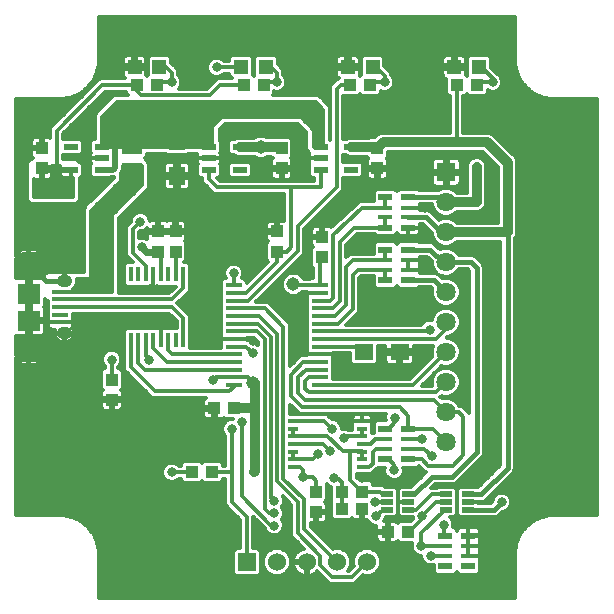
<source format=gtl>
G75*
%MOIN*%
%OFA0B0*%
%FSLAX25Y25*%
%IPPOS*%
%LPD*%
%AMOC8*
5,1,8,0,0,1.08239X$1,22.5*
%
%ADD10R,0.03937X0.04331*%
%ADD11R,0.04724X0.04724*%
%ADD12R,0.04331X0.03937*%
%ADD13R,0.06299X0.05512*%
%ADD14R,0.07008X0.04016*%
%ADD15R,0.05512X0.06299*%
%ADD16R,0.04528X0.01732*%
%ADD17R,0.04528X0.02480*%
%ADD18R,0.05500X0.01370*%
%ADD19R,0.04724X0.02165*%
%ADD20R,0.01260X0.04961*%
%ADD21R,0.06437X0.06437*%
%ADD22C,0.06437*%
%ADD23R,0.03543X0.01378*%
%ADD24R,0.03937X0.01850*%
%ADD25R,0.06024X0.06024*%
%ADD26C,0.06024*%
%ADD27R,0.05315X0.01575*%
%ADD28C,0.04134*%
%ADD29R,0.07480X0.05827*%
%ADD30C,0.00600*%
%ADD31R,0.07480X0.07087*%
%ADD32C,0.01200*%
%ADD33C,0.03200*%
%ADD34C,0.01400*%
%ADD35C,0.01600*%
%ADD36C,0.03200*%
%ADD37C,0.02000*%
%ADD38C,0.02400*%
%ADD39C,0.04500*%
D10*
X0116197Y0106500D03*
X0122890Y0106500D03*
X0089543Y0130654D03*
X0089543Y0137346D03*
X0104856Y0180029D03*
X0110793Y0180029D03*
X0110793Y0186721D03*
X0104856Y0186721D03*
X0066165Y0207738D03*
X0066165Y0214431D03*
X0097902Y0235516D03*
X0104594Y0235516D03*
X0133433Y0235516D03*
X0140126Y0235516D03*
X0146165Y0214431D03*
X0146165Y0207738D03*
X0159543Y0184846D03*
X0159543Y0178154D03*
X0178043Y0207738D03*
X0178043Y0214431D03*
X0175657Y0235516D03*
X0168965Y0235516D03*
X0204492Y0235516D03*
X0211185Y0235516D03*
X0172890Y0099937D03*
X0166197Y0099937D03*
X0166197Y0094312D03*
X0172890Y0094312D03*
X0157668Y0093154D03*
X0157668Y0099846D03*
D11*
X0168177Y0241500D03*
X0176445Y0241500D03*
X0203705Y0241500D03*
X0211972Y0241500D03*
X0140913Y0241500D03*
X0132646Y0241500D03*
X0105382Y0241500D03*
X0097114Y0241500D03*
D12*
X0144543Y0186721D03*
X0144543Y0180029D03*
X0130390Y0127712D03*
X0123697Y0127712D03*
X0181509Y0086500D03*
X0188202Y0086500D03*
D13*
X0185449Y0146500D03*
X0173638Y0146500D03*
D14*
X0096165Y0207581D03*
X0096165Y0214589D03*
D15*
X0111165Y0216990D03*
X0111165Y0205179D03*
D16*
X0180705Y0194637D03*
X0180705Y0191488D03*
X0188382Y0191488D03*
X0188382Y0194637D03*
X0188382Y0177137D03*
X0188382Y0173988D03*
X0180705Y0173988D03*
X0180705Y0177137D03*
X0180705Y0117450D03*
X0180705Y0114300D03*
X0188382Y0114300D03*
X0188382Y0117450D03*
X0200705Y0081825D03*
X0200705Y0078675D03*
X0208382Y0078675D03*
X0208382Y0081825D03*
D17*
X0208382Y0085348D03*
X0200705Y0085348D03*
X0200705Y0075152D03*
X0208382Y0075152D03*
X0188382Y0110777D03*
X0180705Y0110777D03*
X0180705Y0120973D03*
X0188382Y0120973D03*
X0188382Y0170464D03*
X0180705Y0170464D03*
X0180705Y0180661D03*
X0180705Y0187964D03*
X0188382Y0187964D03*
X0188382Y0180661D03*
X0188382Y0198161D03*
X0180705Y0198161D03*
D18*
X0158937Y0168759D03*
X0158937Y0166200D03*
X0158937Y0163641D03*
X0158937Y0161082D03*
X0158937Y0158523D03*
X0158937Y0155964D03*
X0158937Y0153405D03*
X0158937Y0150845D03*
X0158937Y0148286D03*
X0158937Y0145727D03*
X0158937Y0143168D03*
X0158937Y0140609D03*
X0158937Y0138050D03*
X0158937Y0135491D03*
X0130150Y0135491D03*
X0130150Y0138050D03*
X0130150Y0140609D03*
X0130150Y0143168D03*
X0130150Y0145727D03*
X0130150Y0148286D03*
X0130150Y0150845D03*
X0130150Y0153405D03*
X0130150Y0155964D03*
X0130150Y0158523D03*
X0130150Y0161082D03*
X0130150Y0163641D03*
X0130150Y0166200D03*
X0130150Y0168759D03*
D19*
X0132161Y0207344D03*
X0121925Y0207344D03*
X0121925Y0211085D03*
X0121925Y0214825D03*
X0132161Y0214825D03*
X0159157Y0214825D03*
X0159157Y0211085D03*
X0159157Y0207344D03*
X0169394Y0207344D03*
X0169394Y0214825D03*
X0086283Y0214825D03*
X0086283Y0211085D03*
X0086283Y0207344D03*
X0076047Y0207344D03*
X0076047Y0214825D03*
D20*
X0095791Y0172441D03*
X0098291Y0172441D03*
X0100791Y0172441D03*
X0103291Y0172441D03*
X0105791Y0172441D03*
X0108291Y0172441D03*
X0110791Y0172441D03*
X0113291Y0172441D03*
X0113291Y0150559D03*
X0110791Y0150559D03*
X0108291Y0150559D03*
X0105791Y0150559D03*
X0103291Y0150559D03*
X0100791Y0150559D03*
X0098291Y0150559D03*
X0095791Y0150559D03*
D21*
X0200961Y0206500D03*
D22*
X0200961Y0196500D03*
X0200961Y0186500D03*
X0200961Y0176500D03*
X0200961Y0166500D03*
X0200961Y0156500D03*
X0200961Y0146500D03*
X0200961Y0136500D03*
X0200961Y0126500D03*
X0200961Y0116500D03*
D23*
X0172934Y0115875D03*
X0172934Y0113316D03*
X0172934Y0110757D03*
X0172934Y0108198D03*
X0172934Y0118434D03*
X0172934Y0120993D03*
X0172934Y0123552D03*
X0149903Y0123552D03*
X0149903Y0120993D03*
X0149903Y0118434D03*
X0149903Y0115875D03*
X0149903Y0113316D03*
X0149903Y0110757D03*
X0149903Y0108198D03*
D24*
X0181312Y0099059D03*
X0181312Y0096500D03*
X0181312Y0093941D03*
X0188399Y0093941D03*
X0188399Y0096500D03*
X0188399Y0099059D03*
X0201000Y0099059D03*
X0201000Y0096500D03*
X0201000Y0093941D03*
X0208087Y0093941D03*
X0208087Y0096500D03*
X0208087Y0099059D03*
D25*
X0134543Y0076500D03*
D26*
X0144543Y0076500D03*
X0154543Y0076500D03*
X0164543Y0076500D03*
X0174543Y0076500D03*
D27*
X0072406Y0156382D03*
X0072406Y0158941D03*
X0072406Y0161500D03*
X0072406Y0164059D03*
X0072406Y0166618D03*
D28*
X0073292Y0170260D02*
X0074078Y0170260D01*
X0074078Y0152740D02*
X0073292Y0152740D01*
D29*
X0061874Y0148358D03*
X0061874Y0174642D03*
D30*
X0058433Y0174619D02*
X0065315Y0174619D01*
X0065315Y0175217D02*
X0058433Y0175217D01*
X0058433Y0175816D02*
X0065315Y0175816D01*
X0065315Y0176414D02*
X0058433Y0176414D01*
X0058433Y0177013D02*
X0065315Y0177013D01*
X0065315Y0177543D02*
X0065315Y0172035D01*
X0058433Y0172035D01*
X0058433Y0177543D01*
X0058485Y0178002D01*
X0058637Y0178438D01*
X0058883Y0178830D01*
X0059210Y0179156D01*
X0059601Y0179402D01*
X0060037Y0179555D01*
X0060496Y0179606D01*
X0063252Y0179606D01*
X0063711Y0179555D01*
X0064147Y0179402D01*
X0064538Y0179156D01*
X0064865Y0178830D01*
X0065111Y0178438D01*
X0065263Y0178002D01*
X0065315Y0177543D01*
X0065307Y0177611D02*
X0058441Y0177611D01*
X0058557Y0178210D02*
X0065191Y0178210D01*
X0064878Y0178808D02*
X0058870Y0178808D01*
X0059614Y0179407D02*
X0064134Y0179407D01*
X0065315Y0174020D02*
X0058433Y0174020D01*
X0058433Y0173422D02*
X0065315Y0173422D01*
X0065315Y0172823D02*
X0058433Y0172823D01*
X0058433Y0172225D02*
X0065315Y0172225D01*
X0065315Y0150965D02*
X0058433Y0150965D01*
X0058433Y0145457D01*
X0058485Y0144998D01*
X0058637Y0144562D01*
X0058883Y0144170D01*
X0059210Y0143844D01*
X0059601Y0143598D01*
X0060037Y0143445D01*
X0060496Y0143394D01*
X0063252Y0143394D01*
X0063711Y0143445D01*
X0064147Y0143598D01*
X0064538Y0143844D01*
X0064865Y0144170D01*
X0065111Y0144562D01*
X0065263Y0144998D01*
X0065315Y0145457D01*
X0065315Y0150965D01*
X0065315Y0150678D02*
X0058433Y0150678D01*
X0058433Y0150080D02*
X0065315Y0150080D01*
X0065315Y0149481D02*
X0058433Y0149481D01*
X0058433Y0148883D02*
X0065315Y0148883D01*
X0065315Y0148284D02*
X0058433Y0148284D01*
X0058433Y0147686D02*
X0065315Y0147686D01*
X0065315Y0147087D02*
X0058433Y0147087D01*
X0058433Y0146489D02*
X0065315Y0146489D01*
X0065315Y0145890D02*
X0058433Y0145890D01*
X0058452Y0145292D02*
X0065296Y0145292D01*
X0065157Y0144693D02*
X0058591Y0144693D01*
X0058959Y0144095D02*
X0064789Y0144095D01*
X0063856Y0143496D02*
X0059892Y0143496D01*
D31*
X0061874Y0156972D03*
X0061874Y0166028D03*
D32*
X0085277Y0078226D02*
X0085277Y0064675D01*
X0223809Y0064675D01*
X0223809Y0078226D01*
X0223766Y0078276D01*
X0223809Y0078880D01*
X0223809Y0079486D01*
X0223856Y0079532D01*
X0223896Y0080087D01*
X0223825Y0080196D01*
X0223942Y0080732D01*
X0223981Y0081279D01*
X0224079Y0081364D01*
X0224211Y0081970D01*
X0224157Y0082089D01*
X0224349Y0082602D01*
X0224465Y0083138D01*
X0224575Y0083208D01*
X0224792Y0083789D01*
X0224755Y0083914D01*
X0225018Y0084396D01*
X0225209Y0084909D01*
X0225328Y0084963D01*
X0225625Y0085508D01*
X0225606Y0085637D01*
X0225935Y0086076D01*
X0226198Y0086557D01*
X0226323Y0086593D01*
X0226694Y0087090D01*
X0226694Y0087220D01*
X0227082Y0087608D01*
X0227411Y0088047D01*
X0227539Y0088065D01*
X0227978Y0088504D01*
X0227997Y0088633D01*
X0228435Y0088961D01*
X0228823Y0089349D01*
X0228953Y0089349D01*
X0229450Y0089721D01*
X0229486Y0089846D01*
X0229968Y0090108D01*
X0230407Y0090437D01*
X0230536Y0090418D01*
X0231080Y0090716D01*
X0231134Y0090834D01*
X0231648Y0091026D01*
X0232129Y0091288D01*
X0232254Y0091252D01*
X0232835Y0091468D01*
X0232905Y0091578D01*
X0233441Y0091695D01*
X0233955Y0091886D01*
X0234073Y0091832D01*
X0234679Y0091964D01*
X0234764Y0092062D01*
X0235311Y0092101D01*
X0235847Y0092218D01*
X0235957Y0092148D01*
X0236511Y0092187D01*
X0236558Y0092234D01*
X0237163Y0092234D01*
X0237767Y0092277D01*
X0237817Y0092234D01*
X0251369Y0092234D01*
X0251369Y0230766D01*
X0237817Y0230766D01*
X0237767Y0230723D01*
X0237163Y0230766D01*
X0236558Y0230766D01*
X0236511Y0230813D01*
X0235957Y0230852D01*
X0235847Y0230782D01*
X0235311Y0230899D01*
X0234764Y0230938D01*
X0234679Y0231036D01*
X0234073Y0231168D01*
X0233955Y0231114D01*
X0233441Y0231305D01*
X0232905Y0231422D01*
X0232835Y0231532D01*
X0232254Y0231748D01*
X0232129Y0231712D01*
X0231648Y0231974D01*
X0231134Y0232166D01*
X0231080Y0232284D01*
X0230536Y0232582D01*
X0230407Y0232563D01*
X0229968Y0232892D01*
X0229486Y0233154D01*
X0229450Y0233279D01*
X0228953Y0233651D01*
X0228823Y0233651D01*
X0228435Y0234039D01*
X0227997Y0234367D01*
X0227978Y0234496D01*
X0227539Y0234935D01*
X0227411Y0234953D01*
X0227082Y0235392D01*
X0226694Y0235780D01*
X0226694Y0235910D01*
X0226323Y0236406D01*
X0226198Y0236443D01*
X0225935Y0236924D01*
X0225606Y0237363D01*
X0225625Y0237492D01*
X0225328Y0238037D01*
X0225209Y0238091D01*
X0225018Y0238604D01*
X0224755Y0239086D01*
X0224792Y0239211D01*
X0224575Y0239792D01*
X0224465Y0239862D01*
X0224349Y0240398D01*
X0224157Y0240911D01*
X0224211Y0241030D01*
X0224079Y0241636D01*
X0223981Y0241721D01*
X0223942Y0242268D01*
X0223825Y0242804D01*
X0223896Y0242913D01*
X0223856Y0243468D01*
X0223809Y0243514D01*
X0223809Y0244120D01*
X0223766Y0244724D01*
X0223809Y0244774D01*
X0223809Y0258325D01*
X0085277Y0258325D01*
X0085277Y0244774D01*
X0085320Y0244724D01*
X0085277Y0244120D01*
X0085277Y0243514D01*
X0085230Y0243468D01*
X0085191Y0242913D01*
X0085261Y0242804D01*
X0085145Y0242268D01*
X0085106Y0241721D01*
X0085007Y0241636D01*
X0084875Y0241030D01*
X0084929Y0240911D01*
X0084738Y0240398D01*
X0084621Y0239862D01*
X0084512Y0239792D01*
X0084295Y0239211D01*
X0084332Y0239086D01*
X0084069Y0238604D01*
X0083877Y0238091D01*
X0083759Y0238037D01*
X0083462Y0237492D01*
X0083480Y0237363D01*
X0083152Y0236924D01*
X0082889Y0236443D01*
X0082764Y0236406D01*
X0082392Y0235910D01*
X0082392Y0235780D01*
X0082005Y0235392D01*
X0081676Y0234953D01*
X0081547Y0234935D01*
X0081109Y0234496D01*
X0081090Y0234367D01*
X0080651Y0234039D01*
X0080263Y0233651D01*
X0080133Y0233651D01*
X0079637Y0233279D01*
X0079600Y0233154D01*
X0079119Y0232892D01*
X0078680Y0232563D01*
X0078551Y0232582D01*
X0078007Y0232284D01*
X0077953Y0232166D01*
X0077439Y0231974D01*
X0076958Y0231712D01*
X0076833Y0231748D01*
X0076252Y0231532D01*
X0076181Y0231422D01*
X0075646Y0231305D01*
X0075132Y0231114D01*
X0075013Y0231168D01*
X0074407Y0231036D01*
X0074322Y0230938D01*
X0073775Y0230899D01*
X0073240Y0230782D01*
X0073130Y0230852D01*
X0072576Y0230813D01*
X0072529Y0230766D01*
X0071923Y0230766D01*
X0071319Y0230723D01*
X0071269Y0230766D01*
X0057718Y0230766D01*
X0057718Y0178387D01*
X0058130Y0179656D01*
X0058130Y0179656D01*
X0058130Y0179656D01*
X0059592Y0180718D01*
X0064156Y0180718D01*
X0065618Y0179656D01*
X0065618Y0179656D01*
X0066176Y0177937D01*
X0066176Y0177937D01*
X0065618Y0176218D01*
X0065618Y0176218D01*
X0065618Y0176218D01*
X0064156Y0175156D01*
X0059592Y0175156D01*
X0058130Y0176218D01*
X0058130Y0176218D01*
X0057718Y0177487D01*
X0057718Y0171116D01*
X0057923Y0171171D01*
X0061274Y0171171D01*
X0061274Y0166628D01*
X0062474Y0166628D01*
X0062474Y0171171D01*
X0065825Y0171171D01*
X0066232Y0171062D01*
X0066518Y0170896D01*
X0066518Y0171352D01*
X0066884Y0172234D01*
X0067559Y0172910D01*
X0068441Y0173275D01*
X0080268Y0173275D01*
X0080268Y0194165D01*
X0080634Y0195047D01*
X0090268Y0204682D01*
X0090268Y0204744D01*
X0089391Y0204744D01*
X0089308Y0204662D01*
X0083259Y0204662D01*
X0082321Y0205599D01*
X0082321Y0209090D01*
X0082498Y0209267D01*
X0082430Y0209384D01*
X0082321Y0209791D01*
X0082321Y0211085D01*
X0086283Y0211085D01*
X0086283Y0211085D01*
X0082321Y0211085D01*
X0082321Y0212378D01*
X0082430Y0212785D01*
X0082498Y0212902D01*
X0082321Y0213079D01*
X0082321Y0216570D01*
X0083259Y0217507D01*
X0083765Y0217507D01*
X0083765Y0225312D01*
X0084131Y0226194D01*
X0089806Y0231869D01*
X0090688Y0232235D01*
X0094786Y0232235D01*
X0094333Y0232688D01*
X0094333Y0233316D01*
X0087283Y0233316D01*
X0073306Y0219339D01*
X0073306Y0217507D01*
X0079072Y0217507D01*
X0080009Y0216570D01*
X0080009Y0213079D01*
X0079072Y0212142D01*
X0073306Y0212142D01*
X0073306Y0210887D01*
X0077642Y0210887D01*
X0078502Y0210027D01*
X0079072Y0210027D01*
X0080009Y0209090D01*
X0080009Y0205599D01*
X0079072Y0204662D01*
X0078931Y0204662D01*
X0078931Y0197151D01*
X0077642Y0195862D01*
X0062695Y0195862D01*
X0061406Y0197151D01*
X0061406Y0209599D01*
X0062695Y0210887D01*
X0062918Y0210887D01*
X0063115Y0211085D01*
X0062917Y0211283D01*
X0062706Y0211648D01*
X0062597Y0212055D01*
X0062597Y0214047D01*
X0065781Y0214047D01*
X0065781Y0214815D01*
X0062597Y0214815D01*
X0062597Y0216807D01*
X0062706Y0217214D01*
X0062917Y0217579D01*
X0063214Y0217877D01*
X0063579Y0218087D01*
X0063986Y0218196D01*
X0065781Y0218196D01*
X0065781Y0214815D01*
X0066550Y0214815D01*
X0066550Y0218196D01*
X0068345Y0218196D01*
X0068751Y0218087D01*
X0068906Y0217998D01*
X0068906Y0221161D01*
X0070195Y0222450D01*
X0085460Y0237716D01*
X0094015Y0237716D01*
X0093770Y0237857D01*
X0093472Y0238155D01*
X0093261Y0238520D01*
X0093152Y0238927D01*
X0093152Y0240919D01*
X0096533Y0240919D01*
X0096533Y0242081D01*
X0093152Y0242081D01*
X0093152Y0244073D01*
X0093261Y0244480D01*
X0093472Y0244845D01*
X0093770Y0245143D01*
X0094134Y0245353D01*
X0094541Y0245462D01*
X0096533Y0245462D01*
X0096533Y0242081D01*
X0097695Y0242081D01*
X0097695Y0245462D01*
X0099687Y0245462D01*
X0100094Y0245353D01*
X0100459Y0245143D01*
X0100757Y0244845D01*
X0100967Y0244480D01*
X0101076Y0244073D01*
X0101076Y0242081D01*
X0097695Y0242081D01*
X0097695Y0240919D01*
X0101076Y0240919D01*
X0101076Y0238927D01*
X0101036Y0238778D01*
X0101248Y0238566D01*
X0101420Y0238738D01*
X0101420Y0244525D01*
X0102357Y0245462D01*
X0108407Y0245462D01*
X0109344Y0244525D01*
X0109344Y0242935D01*
X0110455Y0241825D01*
X0111743Y0240536D01*
X0111743Y0238825D01*
X0112256Y0238313D01*
X0112743Y0237137D01*
X0112743Y0235863D01*
X0112256Y0234687D01*
X0111894Y0234325D01*
X0121223Y0234325D01*
X0124614Y0237716D01*
X0129443Y0237716D01*
X0128683Y0238475D01*
X0128683Y0239300D01*
X0126869Y0239300D01*
X0126356Y0238787D01*
X0125180Y0238300D01*
X0123907Y0238300D01*
X0122731Y0238787D01*
X0121830Y0239687D01*
X0121343Y0240863D01*
X0121343Y0242137D01*
X0121830Y0243313D01*
X0122731Y0244213D01*
X0123907Y0244700D01*
X0125180Y0244700D01*
X0126356Y0244213D01*
X0126869Y0243700D01*
X0128683Y0243700D01*
X0128683Y0244525D01*
X0129621Y0245462D01*
X0135671Y0245462D01*
X0136608Y0244525D01*
X0136608Y0238738D01*
X0136780Y0238566D01*
X0136951Y0238738D01*
X0136951Y0244525D01*
X0137888Y0245462D01*
X0143938Y0245462D01*
X0144876Y0244525D01*
X0144876Y0242404D01*
X0145455Y0241825D01*
X0146743Y0240536D01*
X0146743Y0238825D01*
X0147256Y0238313D01*
X0147743Y0237137D01*
X0147743Y0235863D01*
X0147256Y0234687D01*
X0146356Y0233787D01*
X0145180Y0233300D01*
X0143907Y0233300D01*
X0143694Y0233388D01*
X0143694Y0232688D01*
X0143241Y0232235D01*
X0157893Y0232235D01*
X0158775Y0231869D01*
X0159450Y0231194D01*
X0161950Y0228694D01*
X0162315Y0227812D01*
X0162315Y0217375D01*
X0162343Y0217347D01*
X0162343Y0235224D01*
X0164835Y0237716D01*
X0165078Y0237716D01*
X0164833Y0237857D01*
X0164535Y0238155D01*
X0164324Y0238520D01*
X0164215Y0238927D01*
X0164215Y0240919D01*
X0167596Y0240919D01*
X0167596Y0242081D01*
X0164215Y0242081D01*
X0164215Y0244073D01*
X0164324Y0244480D01*
X0164535Y0244845D01*
X0164833Y0245143D01*
X0165197Y0245353D01*
X0165604Y0245462D01*
X0167596Y0245462D01*
X0167596Y0242081D01*
X0168758Y0242081D01*
X0168758Y0245462D01*
X0170750Y0245462D01*
X0171157Y0245353D01*
X0171522Y0245143D01*
X0171820Y0244845D01*
X0172030Y0244480D01*
X0172139Y0244073D01*
X0172139Y0242081D01*
X0168758Y0242081D01*
X0168758Y0240919D01*
X0172139Y0240919D01*
X0172139Y0238927D01*
X0172099Y0238778D01*
X0172311Y0238566D01*
X0172483Y0238738D01*
X0172483Y0244525D01*
X0173420Y0245462D01*
X0179470Y0245462D01*
X0180407Y0244525D01*
X0180407Y0241872D01*
X0181392Y0240887D01*
X0182681Y0239599D01*
X0182681Y0238825D01*
X0183194Y0238313D01*
X0183681Y0237137D01*
X0183681Y0235863D01*
X0183194Y0234687D01*
X0182293Y0233787D01*
X0181117Y0233300D01*
X0179844Y0233300D01*
X0179226Y0233556D01*
X0179226Y0232688D01*
X0178289Y0231750D01*
X0173026Y0231750D01*
X0172311Y0232466D01*
X0171596Y0231750D01*
X0166743Y0231750D01*
X0166743Y0217507D01*
X0167551Y0217507D01*
X0167581Y0217538D01*
X0168757Y0218025D01*
X0175240Y0218025D01*
X0175412Y0218196D01*
X0177283Y0218196D01*
X0178300Y0219213D01*
X0179476Y0219700D01*
X0202292Y0219700D01*
X0202292Y0231750D01*
X0201861Y0231750D01*
X0200924Y0232688D01*
X0200924Y0237594D01*
X0200725Y0237647D01*
X0200360Y0237857D01*
X0200062Y0238155D01*
X0199852Y0238520D01*
X0199743Y0238927D01*
X0199743Y0240919D01*
X0203124Y0240919D01*
X0203124Y0242081D01*
X0203124Y0245462D01*
X0201132Y0245462D01*
X0200725Y0245353D01*
X0200360Y0245143D01*
X0200062Y0244845D01*
X0199852Y0244480D01*
X0199743Y0244073D01*
X0199743Y0242081D01*
X0203124Y0242081D01*
X0204286Y0242081D01*
X0207667Y0242081D01*
X0207667Y0244073D01*
X0207558Y0244480D01*
X0207347Y0244845D01*
X0207049Y0245143D01*
X0206684Y0245353D01*
X0206278Y0245462D01*
X0204286Y0245462D01*
X0204286Y0242081D01*
X0204286Y0240919D01*
X0207667Y0240919D01*
X0207667Y0238927D01*
X0207627Y0238778D01*
X0207839Y0238566D01*
X0208010Y0238738D01*
X0208010Y0244525D01*
X0208947Y0245462D01*
X0214997Y0245462D01*
X0215935Y0244525D01*
X0215935Y0241345D01*
X0217330Y0239950D01*
X0217951Y0239329D01*
X0218231Y0239213D01*
X0219131Y0238313D01*
X0219618Y0237137D01*
X0219618Y0235863D01*
X0219131Y0234687D01*
X0218231Y0233787D01*
X0217055Y0233300D01*
X0215782Y0233300D01*
X0214754Y0233726D01*
X0214754Y0232688D01*
X0213816Y0231750D01*
X0208554Y0231750D01*
X0207839Y0232466D01*
X0207123Y0231750D01*
X0206692Y0231750D01*
X0206692Y0219700D01*
X0215180Y0219700D01*
X0216356Y0219213D01*
X0217256Y0218313D01*
X0224131Y0211438D01*
X0224618Y0210262D01*
X0224618Y0185863D01*
X0224131Y0184687D01*
X0223818Y0184375D01*
X0223818Y0107273D01*
X0223453Y0106391D01*
X0214087Y0097024D01*
X0213205Y0096659D01*
X0211655Y0096659D01*
X0211655Y0096500D01*
X0208087Y0096500D01*
X0208087Y0096500D01*
X0211655Y0096500D01*
X0211655Y0096341D01*
X0215990Y0096341D01*
X0216343Y0096694D01*
X0216343Y0097137D01*
X0216830Y0098313D01*
X0217731Y0099213D01*
X0218907Y0099700D01*
X0220180Y0099700D01*
X0221356Y0099213D01*
X0222256Y0098313D01*
X0222743Y0097137D01*
X0222743Y0095863D01*
X0222256Y0094687D01*
X0221356Y0093787D01*
X0220180Y0093300D01*
X0219737Y0093300D01*
X0218344Y0091906D01*
X0217462Y0091541D01*
X0210843Y0091541D01*
X0210718Y0091416D01*
X0205455Y0091416D01*
X0204543Y0092328D01*
X0203631Y0091416D01*
X0202278Y0091416D01*
X0202881Y0090813D01*
X0203368Y0089637D01*
X0203368Y0088363D01*
X0203296Y0088189D01*
X0203631Y0088189D01*
X0204568Y0087251D01*
X0204568Y0086987D01*
X0204627Y0087206D01*
X0204838Y0087571D01*
X0205136Y0087869D01*
X0205501Y0088080D01*
X0205907Y0088189D01*
X0208362Y0088189D01*
X0208362Y0085369D01*
X0208402Y0085369D01*
X0208402Y0088189D01*
X0210856Y0088189D01*
X0211263Y0088080D01*
X0211628Y0087869D01*
X0211926Y0087571D01*
X0212137Y0087206D01*
X0212246Y0086799D01*
X0212246Y0085369D01*
X0208402Y0085369D01*
X0208402Y0085328D01*
X0208402Y0084291D01*
X0208382Y0084291D01*
X0208382Y0081825D01*
X0208382Y0081825D01*
X0212246Y0081825D01*
X0212246Y0082902D01*
X0212137Y0083309D01*
X0212084Y0083400D01*
X0212137Y0083491D01*
X0212246Y0083898D01*
X0212246Y0085328D01*
X0208402Y0085328D01*
X0208362Y0085328D01*
X0208362Y0084291D01*
X0208382Y0084291D01*
X0208382Y0081825D01*
X0208382Y0081825D01*
X0212246Y0081825D01*
X0212246Y0080748D01*
X0212137Y0080341D01*
X0212084Y0080250D01*
X0212137Y0080159D01*
X0212246Y0079752D01*
X0212246Y0078675D01*
X0208382Y0078675D01*
X0208382Y0078675D01*
X0212246Y0078675D01*
X0212246Y0077598D01*
X0212137Y0077191D01*
X0212126Y0077174D01*
X0212246Y0077054D01*
X0212246Y0073249D01*
X0211308Y0072311D01*
X0205455Y0072311D01*
X0204543Y0073223D01*
X0203631Y0072311D01*
X0197778Y0072311D01*
X0196841Y0073249D01*
X0196841Y0075658D01*
X0196430Y0075488D01*
X0195157Y0075488D01*
X0193981Y0075975D01*
X0193080Y0076875D01*
X0192593Y0078051D01*
X0192593Y0078613D01*
X0192032Y0078613D01*
X0190856Y0079100D01*
X0189955Y0080000D01*
X0189468Y0081176D01*
X0189468Y0082449D01*
X0189668Y0082931D01*
X0185374Y0082931D01*
X0184856Y0083450D01*
X0184657Y0083251D01*
X0184292Y0083041D01*
X0183885Y0082931D01*
X0181894Y0082931D01*
X0181894Y0086116D01*
X0181125Y0086116D01*
X0177744Y0086116D01*
X0177744Y0084321D01*
X0177853Y0083914D01*
X0178064Y0083549D01*
X0178362Y0083251D01*
X0178726Y0083041D01*
X0179133Y0082931D01*
X0181125Y0082931D01*
X0181125Y0086116D01*
X0181125Y0086884D01*
X0177744Y0086884D01*
X0177744Y0088612D01*
X0177032Y0088612D01*
X0175856Y0089100D01*
X0174955Y0090000D01*
X0174729Y0090547D01*
X0173274Y0090547D01*
X0173274Y0093928D01*
X0172505Y0093928D01*
X0172505Y0090547D01*
X0170711Y0090547D01*
X0170304Y0090656D01*
X0169939Y0090867D01*
X0169641Y0091165D01*
X0169569Y0091289D01*
X0168828Y0090547D01*
X0163566Y0090547D01*
X0162628Y0091484D01*
X0162628Y0097141D01*
X0162628Y0101566D01*
X0161793Y0101912D01*
X0161237Y0102469D01*
X0161237Y0097018D01*
X0160718Y0096500D01*
X0160917Y0096301D01*
X0161128Y0095936D01*
X0161237Y0095530D01*
X0161237Y0093538D01*
X0158053Y0093538D01*
X0158053Y0092769D01*
X0161237Y0092769D01*
X0161237Y0090778D01*
X0161128Y0090371D01*
X0160917Y0090006D01*
X0160619Y0089708D01*
X0160254Y0089497D01*
X0159847Y0089388D01*
X0158053Y0089388D01*
X0158053Y0092769D01*
X0157284Y0092769D01*
X0157284Y0089388D01*
X0155806Y0089388D01*
X0155806Y0088349D01*
X0163214Y0080941D01*
X0163626Y0081112D01*
X0165461Y0081112D01*
X0167156Y0080410D01*
X0168453Y0079112D01*
X0169155Y0077417D01*
X0169155Y0075583D01*
X0168453Y0073888D01*
X0168265Y0073700D01*
X0168632Y0073700D01*
X0170102Y0075170D01*
X0169931Y0075583D01*
X0169931Y0077417D01*
X0170634Y0079112D01*
X0171931Y0080410D01*
X0173626Y0081112D01*
X0175461Y0081112D01*
X0177156Y0080410D01*
X0178453Y0079112D01*
X0179155Y0077417D01*
X0179155Y0075583D01*
X0178453Y0073888D01*
X0177156Y0072590D01*
X0175461Y0071888D01*
X0173626Y0071888D01*
X0173214Y0072059D01*
X0170455Y0069300D01*
X0162070Y0069300D01*
X0160781Y0070589D01*
X0157967Y0073402D01*
X0157548Y0072982D01*
X0156960Y0072556D01*
X0156314Y0072226D01*
X0155623Y0072002D01*
X0154947Y0071895D01*
X0154947Y0076096D01*
X0154139Y0076096D01*
X0149938Y0076096D01*
X0150045Y0075420D01*
X0150269Y0074730D01*
X0150599Y0074083D01*
X0151026Y0073496D01*
X0151539Y0072982D01*
X0152126Y0072556D01*
X0152773Y0072226D01*
X0153463Y0072002D01*
X0154139Y0071895D01*
X0154139Y0076096D01*
X0154139Y0076904D01*
X0149938Y0076904D01*
X0150045Y0077580D01*
X0150269Y0078270D01*
X0150599Y0078917D01*
X0151026Y0079504D01*
X0151539Y0080018D01*
X0152126Y0080444D01*
X0152773Y0080774D01*
X0153463Y0080998D01*
X0153492Y0081003D01*
X0149218Y0085276D01*
X0149218Y0095589D01*
X0146415Y0098392D01*
X0146806Y0097449D01*
X0146806Y0096176D01*
X0146319Y0095000D01*
X0146100Y0094781D01*
X0146319Y0094563D01*
X0146806Y0093387D01*
X0146806Y0092113D01*
X0146319Y0090937D01*
X0146100Y0090719D01*
X0146319Y0090500D01*
X0146806Y0089324D01*
X0146806Y0088051D01*
X0146319Y0086875D01*
X0145418Y0085975D01*
X0144242Y0085488D01*
X0142969Y0085488D01*
X0141793Y0085975D01*
X0140893Y0086875D01*
X0140556Y0087689D01*
X0140468Y0087776D01*
X0136743Y0091501D01*
X0136743Y0081112D01*
X0138218Y0081112D01*
X0139155Y0080175D01*
X0139155Y0072825D01*
X0138218Y0071888D01*
X0130869Y0071888D01*
X0129931Y0072825D01*
X0129931Y0080175D01*
X0130869Y0081112D01*
X0132343Y0081112D01*
X0132343Y0090589D01*
X0127343Y0095589D01*
X0127343Y0104300D01*
X0126458Y0104300D01*
X0126458Y0103672D01*
X0125521Y0102735D01*
X0120259Y0102735D01*
X0119543Y0103450D01*
X0118828Y0102735D01*
X0113566Y0102735D01*
X0112628Y0103672D01*
X0112628Y0104300D01*
X0111869Y0104300D01*
X0111356Y0103787D01*
X0110180Y0103300D01*
X0108907Y0103300D01*
X0107731Y0103787D01*
X0106830Y0104687D01*
X0106343Y0105863D01*
X0106343Y0107137D01*
X0106830Y0108313D01*
X0107731Y0109213D01*
X0108907Y0109700D01*
X0110180Y0109700D01*
X0111356Y0109213D01*
X0111869Y0108700D01*
X0112628Y0108700D01*
X0112628Y0109328D01*
X0113566Y0110265D01*
X0118828Y0110265D01*
X0119543Y0109550D01*
X0120259Y0110265D01*
X0125521Y0110265D01*
X0126458Y0109328D01*
X0126458Y0108700D01*
X0127343Y0108700D01*
X0127343Y0118550D01*
X0126830Y0119062D01*
X0126343Y0120238D01*
X0126343Y0121512D01*
X0126830Y0122688D01*
X0127731Y0123588D01*
X0128907Y0124075D01*
X0129937Y0124075D01*
X0129965Y0124143D01*
X0127562Y0124143D01*
X0127043Y0124661D01*
X0126845Y0124463D01*
X0126480Y0124252D01*
X0126073Y0124143D01*
X0124081Y0124143D01*
X0124081Y0127327D01*
X0123313Y0127327D01*
X0123313Y0124143D01*
X0121321Y0124143D01*
X0120914Y0124252D01*
X0120549Y0124463D01*
X0120251Y0124761D01*
X0120041Y0125126D01*
X0119931Y0125532D01*
X0119931Y0127327D01*
X0123313Y0127327D01*
X0123313Y0128096D01*
X0119931Y0128096D01*
X0119931Y0129891D01*
X0120041Y0130298D01*
X0120251Y0130663D01*
X0120549Y0130960D01*
X0120914Y0131171D01*
X0120929Y0131175D01*
X0103007Y0131175D01*
X0101718Y0132464D01*
X0094882Y0139300D01*
X0093593Y0140589D01*
X0093593Y0144026D01*
X0093591Y0144028D01*
X0093591Y0147386D01*
X0093561Y0147416D01*
X0093561Y0153702D01*
X0094499Y0154639D01*
X0104584Y0154639D01*
X0104661Y0154562D01*
X0104951Y0154639D01*
X0105791Y0154639D01*
X0105791Y0150559D01*
X0105791Y0150559D01*
X0105791Y0154639D01*
X0106632Y0154639D01*
X0106921Y0154562D01*
X0106999Y0154639D01*
X0111091Y0154639D01*
X0111091Y0156841D01*
X0108632Y0159300D01*
X0076663Y0159300D01*
X0076663Y0157491D01*
X0076640Y0157467D01*
X0076663Y0157380D01*
X0076663Y0156382D01*
X0072406Y0156382D01*
X0072406Y0156382D01*
X0076663Y0156382D01*
X0076663Y0155384D01*
X0076554Y0154977D01*
X0076360Y0154642D01*
X0076528Y0154520D01*
X0076528Y0154520D01*
X0077106Y0152740D01*
X0077106Y0152740D01*
X0076528Y0150961D01*
X0076528Y0150961D01*
X0076528Y0150961D01*
X0075014Y0149861D01*
X0072356Y0149861D01*
X0070842Y0150961D01*
X0070842Y0150961D01*
X0070264Y0152740D01*
X0070264Y0152740D01*
X0070671Y0153994D01*
X0069537Y0153994D01*
X0069130Y0154104D01*
X0068766Y0154314D01*
X0068468Y0154612D01*
X0068257Y0154977D01*
X0068148Y0155384D01*
X0068148Y0156382D01*
X0072405Y0156382D01*
X0072405Y0156382D01*
X0068148Y0156382D01*
X0068148Y0157380D01*
X0068171Y0157467D01*
X0068148Y0157491D01*
X0068148Y0163596D01*
X0067559Y0163840D01*
X0067214Y0164185D01*
X0067214Y0162274D01*
X0067105Y0161867D01*
X0066894Y0161502D01*
X0066893Y0161500D01*
X0066894Y0161498D01*
X0067105Y0161133D01*
X0067214Y0160726D01*
X0067214Y0157572D01*
X0062474Y0157572D01*
X0062474Y0156372D01*
X0062474Y0151829D01*
X0065825Y0151829D01*
X0066232Y0151938D01*
X0066597Y0152149D01*
X0066894Y0152447D01*
X0067105Y0152812D01*
X0067214Y0153218D01*
X0067214Y0156372D01*
X0062474Y0156372D01*
X0061274Y0156372D01*
X0061274Y0151829D01*
X0057923Y0151829D01*
X0057718Y0151884D01*
X0057718Y0145513D01*
X0058130Y0146782D01*
X0058130Y0146782D01*
X0058130Y0146782D01*
X0059592Y0147844D01*
X0064156Y0147844D01*
X0065618Y0146782D01*
X0065618Y0146782D01*
X0066176Y0145063D01*
X0066176Y0145063D01*
X0065618Y0143344D01*
X0065618Y0143344D01*
X0065618Y0143344D01*
X0064156Y0142282D01*
X0059592Y0142282D01*
X0058130Y0143344D01*
X0058130Y0143344D01*
X0057718Y0144613D01*
X0057718Y0092234D01*
X0071269Y0092234D01*
X0071319Y0092277D01*
X0071923Y0092234D01*
X0072529Y0092234D01*
X0072576Y0092187D01*
X0073130Y0092148D01*
X0073240Y0092218D01*
X0073775Y0092101D01*
X0074322Y0092062D01*
X0074407Y0091964D01*
X0075013Y0091832D01*
X0075132Y0091886D01*
X0075646Y0091695D01*
X0076181Y0091578D01*
X0076252Y0091468D01*
X0076833Y0091252D01*
X0076958Y0091288D01*
X0077439Y0091026D01*
X0077953Y0090834D01*
X0078007Y0090716D01*
X0078551Y0090418D01*
X0078680Y0090437D01*
X0079119Y0090108D01*
X0079600Y0089846D01*
X0079637Y0089721D01*
X0080133Y0089349D01*
X0080263Y0089349D01*
X0080651Y0088961D01*
X0081090Y0088633D01*
X0081109Y0088504D01*
X0081547Y0088065D01*
X0081676Y0088047D01*
X0082005Y0087608D01*
X0082392Y0087220D01*
X0082392Y0087090D01*
X0082764Y0086593D01*
X0082889Y0086557D01*
X0083152Y0086076D01*
X0083480Y0085637D01*
X0083462Y0085508D01*
X0083759Y0084963D01*
X0083877Y0084909D01*
X0084069Y0084396D01*
X0084332Y0083914D01*
X0084295Y0083789D01*
X0084512Y0083208D01*
X0084621Y0083138D01*
X0084738Y0082602D01*
X0084929Y0082089D01*
X0084875Y0081970D01*
X0085007Y0081364D01*
X0085106Y0081279D01*
X0085145Y0080732D01*
X0085261Y0080196D01*
X0085191Y0080087D01*
X0085230Y0079532D01*
X0085277Y0079486D01*
X0085277Y0078880D01*
X0085320Y0078276D01*
X0085277Y0078226D01*
X0085320Y0078279D02*
X0129931Y0078279D01*
X0129931Y0077081D02*
X0085277Y0077081D01*
X0085277Y0075882D02*
X0129931Y0075882D01*
X0129931Y0074684D02*
X0085277Y0074684D01*
X0085277Y0073485D02*
X0129931Y0073485D01*
X0130470Y0072287D02*
X0085277Y0072287D01*
X0085277Y0071088D02*
X0160281Y0071088D01*
X0159083Y0072287D02*
X0156432Y0072287D01*
X0154947Y0072287D02*
X0154139Y0072287D01*
X0154139Y0073485D02*
X0154947Y0073485D01*
X0154947Y0074684D02*
X0154139Y0074684D01*
X0154139Y0075882D02*
X0154947Y0075882D01*
X0158918Y0075563D02*
X0158918Y0078688D01*
X0151418Y0086188D01*
X0151418Y0096500D01*
X0144543Y0103375D01*
X0144543Y0152625D01*
X0138646Y0158523D01*
X0130150Y0158523D01*
X0130150Y0161082D02*
X0140587Y0161082D01*
X0146731Y0154938D01*
X0146731Y0104312D01*
X0153606Y0097437D01*
X0153606Y0087437D01*
X0164543Y0076500D01*
X0168798Y0078279D02*
X0170288Y0078279D01*
X0169931Y0077081D02*
X0169155Y0077081D01*
X0169155Y0075882D02*
X0169931Y0075882D01*
X0169616Y0074684D02*
X0168783Y0074684D01*
X0169543Y0071500D02*
X0162981Y0071500D01*
X0158918Y0075563D01*
X0161480Y0069890D02*
X0085277Y0069890D01*
X0085277Y0068691D02*
X0223809Y0068691D01*
X0223809Y0067493D02*
X0085277Y0067493D01*
X0085277Y0066294D02*
X0223809Y0066294D01*
X0223809Y0065096D02*
X0085277Y0065096D01*
X0085277Y0079478D02*
X0129931Y0079478D01*
X0130433Y0080676D02*
X0085157Y0080676D01*
X0084896Y0081875D02*
X0132343Y0081875D01*
X0132343Y0083073D02*
X0084635Y0083073D01*
X0084137Y0084272D02*
X0132343Y0084272D01*
X0132343Y0085470D02*
X0083482Y0085470D01*
X0082708Y0086669D02*
X0132343Y0086669D01*
X0132343Y0087867D02*
X0081810Y0087867D01*
X0080547Y0089066D02*
X0132343Y0089066D01*
X0132343Y0090264D02*
X0078911Y0090264D01*
X0076267Y0091463D02*
X0131469Y0091463D01*
X0130271Y0092661D02*
X0057718Y0092661D01*
X0057718Y0093860D02*
X0129072Y0093860D01*
X0127874Y0095058D02*
X0057718Y0095058D01*
X0057718Y0096257D02*
X0127343Y0096257D01*
X0127343Y0097455D02*
X0057718Y0097455D01*
X0057718Y0098654D02*
X0127343Y0098654D01*
X0127343Y0099852D02*
X0057718Y0099852D01*
X0057718Y0101051D02*
X0127343Y0101051D01*
X0127343Y0102249D02*
X0057718Y0102249D01*
X0057718Y0103448D02*
X0108550Y0103448D01*
X0110537Y0103448D02*
X0112852Y0103448D01*
X0109543Y0106500D02*
X0116197Y0106500D01*
X0119541Y0103448D02*
X0119545Y0103448D01*
X0122890Y0106500D02*
X0129543Y0106500D01*
X0129543Y0096500D01*
X0134543Y0091500D01*
X0134543Y0076500D01*
X0139155Y0077081D02*
X0139931Y0077081D01*
X0139931Y0077417D02*
X0139931Y0075583D01*
X0140634Y0073888D01*
X0141931Y0072590D01*
X0143626Y0071888D01*
X0145461Y0071888D01*
X0147156Y0072590D01*
X0148453Y0073888D01*
X0149155Y0075583D01*
X0149155Y0077417D01*
X0148453Y0079112D01*
X0147156Y0080410D01*
X0145461Y0081112D01*
X0143626Y0081112D01*
X0141931Y0080410D01*
X0140634Y0079112D01*
X0139931Y0077417D01*
X0140288Y0078279D02*
X0139155Y0078279D01*
X0139155Y0079478D02*
X0140999Y0079478D01*
X0142574Y0080676D02*
X0138653Y0080676D01*
X0136743Y0081875D02*
X0152620Y0081875D01*
X0152581Y0080676D02*
X0146512Y0080676D01*
X0148088Y0079478D02*
X0151006Y0079478D01*
X0150274Y0078279D02*
X0148798Y0078279D01*
X0149155Y0077081D02*
X0149966Y0077081D01*
X0149972Y0075882D02*
X0149155Y0075882D01*
X0148783Y0074684D02*
X0150293Y0074684D01*
X0151036Y0073485D02*
X0148051Y0073485D01*
X0146423Y0072287D02*
X0152654Y0072287D01*
X0142664Y0072287D02*
X0138616Y0072287D01*
X0139155Y0073485D02*
X0141036Y0073485D01*
X0140304Y0074684D02*
X0139155Y0074684D01*
X0139155Y0075882D02*
X0139931Y0075882D01*
X0136743Y0083073D02*
X0151421Y0083073D01*
X0150223Y0084272D02*
X0136743Y0084272D01*
X0136743Y0085470D02*
X0149218Y0085470D01*
X0149218Y0086669D02*
X0146113Y0086669D01*
X0146730Y0087867D02*
X0149218Y0087867D01*
X0149218Y0089066D02*
X0146806Y0089066D01*
X0146416Y0090264D02*
X0149218Y0090264D01*
X0149218Y0091463D02*
X0146536Y0091463D01*
X0146806Y0092661D02*
X0149218Y0092661D01*
X0149218Y0093860D02*
X0146610Y0093860D01*
X0146343Y0095058D02*
X0149218Y0095058D01*
X0148550Y0096257D02*
X0146806Y0096257D01*
X0146803Y0097455D02*
X0147352Y0097455D01*
X0143606Y0096812D02*
X0142668Y0097750D01*
X0142668Y0151500D01*
X0138205Y0155964D01*
X0130150Y0155964D01*
X0130150Y0153405D02*
X0137951Y0153405D01*
X0140481Y0150875D01*
X0140481Y0094312D01*
X0142043Y0092750D01*
X0143606Y0092750D01*
X0143606Y0088687D02*
X0142668Y0088687D01*
X0132981Y0098375D01*
X0132981Y0123062D01*
X0129543Y0120875D02*
X0129543Y0106500D01*
X0127343Y0109440D02*
X0126346Y0109440D01*
X0127343Y0110639D02*
X0057718Y0110639D01*
X0057718Y0111837D02*
X0127343Y0111837D01*
X0127343Y0113036D02*
X0057718Y0113036D01*
X0057718Y0114234D02*
X0127343Y0114234D01*
X0127343Y0115433D02*
X0057718Y0115433D01*
X0057718Y0116632D02*
X0127343Y0116632D01*
X0127343Y0117830D02*
X0057718Y0117830D01*
X0057718Y0119029D02*
X0126864Y0119029D01*
X0126348Y0120227D02*
X0057718Y0120227D01*
X0057718Y0121426D02*
X0126343Y0121426D01*
X0126804Y0122624D02*
X0057718Y0122624D01*
X0057718Y0123823D02*
X0128297Y0123823D01*
X0124081Y0125021D02*
X0123313Y0125021D01*
X0123313Y0126220D02*
X0124081Y0126220D01*
X0123313Y0127418D02*
X0092704Y0127418D01*
X0092792Y0127506D02*
X0093003Y0127871D01*
X0093112Y0128278D01*
X0093112Y0130269D01*
X0089928Y0130269D01*
X0089928Y0131038D01*
X0093112Y0131038D01*
X0093112Y0133030D01*
X0093003Y0133436D01*
X0092792Y0133801D01*
X0092593Y0134000D01*
X0093112Y0134518D01*
X0093112Y0140175D01*
X0092175Y0141112D01*
X0091743Y0141112D01*
X0091743Y0141675D01*
X0092256Y0142187D01*
X0092743Y0143363D01*
X0092743Y0144637D01*
X0092256Y0145813D01*
X0091356Y0146713D01*
X0090180Y0147200D01*
X0088907Y0147200D01*
X0087731Y0146713D01*
X0086830Y0145813D01*
X0086343Y0144637D01*
X0086343Y0143363D01*
X0086830Y0142187D01*
X0087343Y0141675D01*
X0087343Y0141112D01*
X0086912Y0141112D01*
X0085975Y0140175D01*
X0085975Y0134518D01*
X0086493Y0134000D01*
X0086294Y0133801D01*
X0086084Y0133436D01*
X0085975Y0133030D01*
X0085975Y0131038D01*
X0089159Y0131038D01*
X0089159Y0130269D01*
X0089928Y0130269D01*
X0089928Y0126888D01*
X0091722Y0126888D01*
X0092129Y0126997D01*
X0092494Y0127208D01*
X0092792Y0127506D01*
X0093112Y0128617D02*
X0119931Y0128617D01*
X0119931Y0129815D02*
X0093112Y0129815D01*
X0093112Y0132212D02*
X0101970Y0132212D01*
X0100771Y0133411D02*
X0093010Y0133411D01*
X0093112Y0134609D02*
X0099573Y0134609D01*
X0098374Y0135808D02*
X0093112Y0135808D01*
X0093112Y0137006D02*
X0097176Y0137006D01*
X0095977Y0138205D02*
X0093112Y0138205D01*
X0093112Y0139403D02*
X0094779Y0139403D01*
X0093593Y0140602D02*
X0092685Y0140602D01*
X0091869Y0141800D02*
X0093593Y0141800D01*
X0093593Y0142999D02*
X0092592Y0142999D01*
X0092743Y0144197D02*
X0093591Y0144197D01*
X0093591Y0145396D02*
X0092429Y0145396D01*
X0091474Y0146594D02*
X0093591Y0146594D01*
X0093561Y0147793D02*
X0064226Y0147793D01*
X0065679Y0146594D02*
X0087612Y0146594D01*
X0086658Y0145396D02*
X0066068Y0145396D01*
X0065895Y0144197D02*
X0086343Y0144197D01*
X0086494Y0142999D02*
X0065142Y0142999D01*
X0058606Y0142999D02*
X0057718Y0142999D01*
X0057718Y0144197D02*
X0057853Y0144197D01*
X0057718Y0141800D02*
X0087218Y0141800D01*
X0086402Y0140602D02*
X0057718Y0140602D01*
X0057718Y0139403D02*
X0085975Y0139403D01*
X0085975Y0138205D02*
X0057718Y0138205D01*
X0057718Y0137006D02*
X0085975Y0137006D01*
X0085975Y0135808D02*
X0057718Y0135808D01*
X0057718Y0134609D02*
X0085975Y0134609D01*
X0086077Y0133411D02*
X0057718Y0133411D01*
X0057718Y0132212D02*
X0085975Y0132212D01*
X0085975Y0130269D02*
X0085975Y0128278D01*
X0086084Y0127871D01*
X0086294Y0127506D01*
X0086592Y0127208D01*
X0086957Y0126997D01*
X0087364Y0126888D01*
X0089159Y0126888D01*
X0089159Y0130269D01*
X0085975Y0130269D01*
X0085975Y0129815D02*
X0057718Y0129815D01*
X0057718Y0128617D02*
X0085975Y0128617D01*
X0086382Y0127418D02*
X0057718Y0127418D01*
X0057718Y0126220D02*
X0119931Y0126220D01*
X0120101Y0125021D02*
X0057718Y0125021D01*
X0057718Y0131014D02*
X0089159Y0131014D01*
X0089928Y0131014D02*
X0120641Y0131014D01*
X0123293Y0137125D02*
X0124219Y0138050D01*
X0130150Y0138050D01*
X0134993Y0138050D01*
X0136731Y0136313D01*
X0130150Y0135491D02*
X0130150Y0134919D01*
X0128606Y0133375D01*
X0103918Y0133375D01*
X0095793Y0141500D01*
X0095793Y0144938D01*
X0095791Y0144939D01*
X0095791Y0150559D01*
X0093561Y0150190D02*
X0075467Y0150190D01*
X0076667Y0151388D02*
X0093561Y0151388D01*
X0093561Y0152587D02*
X0077057Y0152587D01*
X0076767Y0153785D02*
X0093645Y0153785D01*
X0093561Y0148991D02*
X0057718Y0148991D01*
X0057718Y0147793D02*
X0059522Y0147793D01*
X0058069Y0146594D02*
X0057718Y0146594D01*
X0057718Y0150190D02*
X0071903Y0150190D01*
X0070703Y0151388D02*
X0057718Y0151388D01*
X0061274Y0152587D02*
X0062474Y0152587D01*
X0062474Y0153785D02*
X0061274Y0153785D01*
X0061274Y0154984D02*
X0062474Y0154984D01*
X0062474Y0156182D02*
X0061274Y0156182D01*
X0061274Y0157572D02*
X0061274Y0162116D01*
X0061274Y0165428D01*
X0062474Y0165428D01*
X0062474Y0157572D01*
X0061274Y0157572D01*
X0061274Y0158579D02*
X0062474Y0158579D01*
X0062474Y0157381D02*
X0068148Y0157381D01*
X0068148Y0158579D02*
X0067214Y0158579D01*
X0067214Y0159778D02*
X0068148Y0159778D01*
X0068148Y0160976D02*
X0067147Y0160976D01*
X0067188Y0162175D02*
X0068148Y0162175D01*
X0068148Y0163373D02*
X0067214Y0163373D01*
X0062474Y0163373D02*
X0061274Y0163373D01*
X0061274Y0162175D02*
X0062474Y0162175D01*
X0062474Y0160976D02*
X0061274Y0160976D01*
X0061274Y0159778D02*
X0062474Y0159778D01*
X0067214Y0156182D02*
X0068148Y0156182D01*
X0068255Y0154984D02*
X0067214Y0154984D01*
X0067214Y0153785D02*
X0070603Y0153785D01*
X0070313Y0152587D02*
X0066975Y0152587D01*
X0076556Y0154984D02*
X0111091Y0154984D01*
X0111091Y0156182D02*
X0076663Y0156182D01*
X0076663Y0157381D02*
X0110551Y0157381D01*
X0109353Y0158579D02*
X0076663Y0158579D01*
X0072406Y0161500D02*
X0109543Y0161500D01*
X0113291Y0157752D01*
X0113291Y0150559D01*
X0115521Y0150190D02*
X0125800Y0150190D01*
X0125800Y0149950D02*
X0125866Y0149701D01*
X0125800Y0149634D01*
X0125800Y0147927D01*
X0115521Y0147927D01*
X0115521Y0153702D01*
X0115491Y0153732D01*
X0115491Y0158663D01*
X0114203Y0159952D01*
X0114203Y0159952D01*
X0111743Y0162411D01*
X0111743Y0162411D01*
X0111405Y0162750D01*
X0111802Y0163148D01*
X0115491Y0166837D01*
X0115491Y0169268D01*
X0115521Y0169298D01*
X0115521Y0175584D01*
X0114584Y0176521D01*
X0113683Y0176521D01*
X0114362Y0177200D01*
X0114362Y0182857D01*
X0113843Y0183375D01*
X0114042Y0183574D01*
X0114253Y0183939D01*
X0114362Y0184345D01*
X0114362Y0186337D01*
X0111178Y0186337D01*
X0111178Y0187106D01*
X0114362Y0187106D01*
X0114362Y0189097D01*
X0114253Y0189504D01*
X0114042Y0189869D01*
X0113744Y0190167D01*
X0113379Y0190378D01*
X0112972Y0190487D01*
X0111178Y0190487D01*
X0111178Y0187106D01*
X0110409Y0187106D01*
X0110409Y0190487D01*
X0108614Y0190487D01*
X0108207Y0190378D01*
X0107842Y0190167D01*
X0107825Y0190149D01*
X0107807Y0190167D01*
X0107442Y0190378D01*
X0107035Y0190487D01*
X0105240Y0190487D01*
X0105240Y0187106D01*
X0104472Y0187106D01*
X0104472Y0190487D01*
X0102677Y0190487D01*
X0102270Y0190378D01*
X0102181Y0190326D01*
X0102181Y0190574D01*
X0101694Y0191750D01*
X0100793Y0192650D01*
X0099617Y0193137D01*
X0098344Y0193137D01*
X0097168Y0192650D01*
X0096268Y0191750D01*
X0095781Y0190574D01*
X0095781Y0189849D01*
X0095507Y0189575D01*
X0094218Y0188286D01*
X0094218Y0178714D01*
X0095507Y0177425D01*
X0096411Y0176521D01*
X0094499Y0176521D01*
X0093561Y0175584D01*
X0093561Y0169298D01*
X0094499Y0168361D01*
X0102084Y0168361D01*
X0102161Y0168438D01*
X0102451Y0168361D01*
X0103291Y0168361D01*
X0103291Y0172441D01*
X0103291Y0172441D01*
X0103291Y0168361D01*
X0104132Y0168361D01*
X0104421Y0168438D01*
X0104499Y0168361D01*
X0110793Y0168361D01*
X0108691Y0166259D01*
X0091943Y0166259D01*
X0091943Y0191131D01*
X0101578Y0200766D01*
X0101943Y0201648D01*
X0101943Y0208852D01*
X0101578Y0209734D01*
X0101269Y0210043D01*
X0101269Y0210251D01*
X0100436Y0211085D01*
X0101269Y0211918D01*
X0101269Y0212435D01*
X0107553Y0212435D01*
X0107747Y0212241D01*
X0114584Y0212241D01*
X0114778Y0212435D01*
X0117978Y0212435D01*
X0117963Y0212378D01*
X0117963Y0211085D01*
X0121925Y0211085D01*
X0121925Y0211085D01*
X0117963Y0211085D01*
X0117963Y0209791D01*
X0118072Y0209384D01*
X0118140Y0209267D01*
X0117963Y0209090D01*
X0117963Y0205599D01*
X0118900Y0204662D01*
X0119725Y0204662D01*
X0119725Y0203207D01*
X0121014Y0201919D01*
X0122343Y0200589D01*
X0123632Y0199300D01*
X0146957Y0199300D01*
X0146957Y0190280D01*
X0146919Y0190290D01*
X0144928Y0190290D01*
X0144928Y0187106D01*
X0144159Y0187106D01*
X0144159Y0190290D01*
X0142167Y0190290D01*
X0141760Y0190181D01*
X0141396Y0189970D01*
X0141098Y0189672D01*
X0140887Y0189308D01*
X0140778Y0188901D01*
X0140778Y0187106D01*
X0144159Y0187106D01*
X0144159Y0186337D01*
X0140778Y0186337D01*
X0140778Y0184542D01*
X0140887Y0184135D01*
X0141098Y0183771D01*
X0141396Y0183473D01*
X0141519Y0183401D01*
X0140778Y0182660D01*
X0140778Y0177397D01*
X0141554Y0176622D01*
X0134500Y0169568D01*
X0134500Y0170107D01*
X0133562Y0171044D01*
X0132925Y0171044D01*
X0133368Y0172113D01*
X0133368Y0173387D01*
X0132881Y0174563D01*
X0131981Y0175463D01*
X0130805Y0175950D01*
X0129532Y0175950D01*
X0128356Y0175463D01*
X0127455Y0174563D01*
X0126968Y0173387D01*
X0126968Y0172113D01*
X0127411Y0171044D01*
X0126737Y0171044D01*
X0125800Y0170107D01*
X0125800Y0152057D01*
X0125866Y0151990D01*
X0125800Y0151741D01*
X0125800Y0150846D01*
X0130149Y0150846D01*
X0130149Y0150845D01*
X0125800Y0150845D01*
X0125800Y0149950D01*
X0125643Y0150725D02*
X0136643Y0150725D01*
X0137040Y0151205D02*
X0134500Y0151205D01*
X0134500Y0150846D01*
X0130150Y0150846D01*
X0130150Y0150845D01*
X0134500Y0150845D01*
X0134500Y0150486D01*
X0135231Y0150486D01*
X0136330Y0149387D01*
X0137055Y0149387D01*
X0138231Y0148900D01*
X0138281Y0148850D01*
X0138281Y0149964D01*
X0137040Y0151205D01*
X0138055Y0150190D02*
X0135527Y0150190D01*
X0134319Y0148286D02*
X0130150Y0148286D01*
X0130150Y0145727D02*
X0109691Y0145727D01*
X0108293Y0147125D01*
X0108293Y0150557D01*
X0108291Y0150559D01*
X0105791Y0151388D02*
X0105791Y0151388D01*
X0105791Y0152587D02*
X0105791Y0152587D01*
X0105791Y0153785D02*
X0105791Y0153785D01*
X0103291Y0150559D02*
X0103291Y0147752D01*
X0107875Y0143168D01*
X0130150Y0143168D01*
X0130150Y0140609D02*
X0100434Y0140609D01*
X0098291Y0142752D01*
X0098291Y0150559D01*
X0100791Y0150559D02*
X0100791Y0145252D01*
X0102043Y0144000D01*
X0089543Y0144000D02*
X0089543Y0137346D01*
X0089159Y0129815D02*
X0089928Y0129815D01*
X0089928Y0128617D02*
X0089159Y0128617D01*
X0089159Y0127418D02*
X0089928Y0127418D01*
X0108280Y0109440D02*
X0057718Y0109440D01*
X0057718Y0108242D02*
X0106801Y0108242D01*
X0106343Y0107043D02*
X0057718Y0107043D01*
X0057718Y0105845D02*
X0106351Y0105845D01*
X0106871Y0104646D02*
X0057718Y0104646D01*
X0110806Y0109440D02*
X0112741Y0109440D01*
X0126234Y0103448D02*
X0127343Y0103448D01*
X0136743Y0091463D02*
X0136782Y0091463D01*
X0136743Y0090264D02*
X0137980Y0090264D01*
X0139179Y0089066D02*
X0136743Y0089066D01*
X0136743Y0087867D02*
X0140377Y0087867D01*
X0141099Y0086669D02*
X0136743Y0086669D01*
X0155806Y0089066D02*
X0175937Y0089066D01*
X0174846Y0090264D02*
X0161066Y0090264D01*
X0161237Y0091463D02*
X0162650Y0091463D01*
X0162628Y0092661D02*
X0161237Y0092661D01*
X0161237Y0093860D02*
X0162628Y0093860D01*
X0162628Y0095058D02*
X0161237Y0095058D01*
X0160943Y0096257D02*
X0162628Y0096257D01*
X0162628Y0097455D02*
X0161237Y0097455D01*
X0161237Y0098654D02*
X0162628Y0098654D01*
X0162628Y0099852D02*
X0161237Y0099852D01*
X0161237Y0101051D02*
X0162628Y0101051D01*
X0161456Y0102249D02*
X0161237Y0102249D01*
X0163606Y0104625D02*
X0164543Y0104625D01*
X0166106Y0103062D01*
X0166106Y0100029D01*
X0166197Y0099937D01*
X0168918Y0103909D02*
X0172890Y0099937D01*
X0176458Y0102237D02*
X0176458Y0102766D01*
X0175521Y0103703D01*
X0172236Y0103703D01*
X0171118Y0104820D01*
X0171118Y0105909D01*
X0175368Y0105909D01*
X0175457Y0105998D01*
X0176215Y0105998D01*
X0177330Y0107112D01*
X0178153Y0107936D01*
X0180478Y0107936D01*
X0180406Y0107762D01*
X0180406Y0106488D01*
X0180893Y0105312D01*
X0181793Y0104412D01*
X0182969Y0103925D01*
X0184242Y0103925D01*
X0185418Y0104412D01*
X0186319Y0105312D01*
X0186806Y0106488D01*
X0186806Y0107762D01*
X0186733Y0107936D01*
X0191308Y0107936D01*
X0191902Y0108530D01*
X0192656Y0107776D01*
X0193945Y0106487D01*
X0194262Y0106487D01*
X0189358Y0101584D01*
X0185768Y0101584D01*
X0184856Y0100672D01*
X0183944Y0101584D01*
X0180524Y0101584D01*
X0179871Y0102237D01*
X0176458Y0102237D01*
X0176458Y0102249D02*
X0190024Y0102249D01*
X0191222Y0103448D02*
X0175776Y0103448D01*
X0177261Y0107043D02*
X0180406Y0107043D01*
X0180672Y0105845D02*
X0171118Y0105845D01*
X0171292Y0104646D02*
X0181559Y0104646D01*
X0183606Y0107125D02*
X0183606Y0109000D01*
X0181829Y0110777D01*
X0180705Y0110777D01*
X0180705Y0114300D02*
X0177656Y0114300D01*
X0176418Y0113062D01*
X0176418Y0109312D01*
X0175304Y0108198D01*
X0172934Y0108198D01*
X0172934Y0110757D02*
X0172934Y0113316D01*
X0172875Y0113375D01*
X0168606Y0113375D01*
X0168918Y0113062D01*
X0168918Y0103909D01*
X0168606Y0113375D02*
X0166418Y0113375D01*
X0161359Y0118434D01*
X0149903Y0118434D01*
X0149903Y0120993D01*
X0149903Y0123552D02*
X0160304Y0123552D01*
X0162981Y0120875D01*
X0166181Y0120856D02*
X0166181Y0121512D01*
X0165694Y0122688D01*
X0164793Y0123588D01*
X0163617Y0124075D01*
X0162892Y0124075D01*
X0161215Y0125752D01*
X0152426Y0125752D01*
X0152337Y0125841D01*
X0148931Y0125841D01*
X0148931Y0129001D01*
X0150781Y0127151D01*
X0152070Y0125862D01*
X0180967Y0125862D01*
X0180718Y0125262D01*
X0180718Y0123988D01*
X0180791Y0123814D01*
X0177778Y0123814D01*
X0176841Y0122876D01*
X0176841Y0119650D01*
X0176457Y0119650D01*
X0176306Y0119499D01*
X0176306Y0122345D01*
X0176241Y0122410D01*
X0176306Y0122653D01*
X0176306Y0123552D01*
X0172934Y0123552D01*
X0169562Y0123552D01*
X0169562Y0122653D01*
X0169627Y0122410D01*
X0169562Y0122345D01*
X0169562Y0120634D01*
X0168443Y0120634D01*
X0167680Y0120950D01*
X0166407Y0120950D01*
X0166181Y0120856D01*
X0166181Y0121426D02*
X0169562Y0121426D01*
X0169570Y0122624D02*
X0165720Y0122624D01*
X0164227Y0123823D02*
X0169562Y0123823D01*
X0169562Y0123552D02*
X0169562Y0124452D01*
X0169671Y0124859D01*
X0169882Y0125224D01*
X0170180Y0125521D01*
X0170545Y0125732D01*
X0170952Y0125841D01*
X0172934Y0125841D01*
X0172934Y0123552D01*
X0172934Y0123552D01*
X0172934Y0123552D01*
X0169562Y0123552D01*
X0169765Y0125021D02*
X0161946Y0125021D01*
X0167727Y0118434D02*
X0167043Y0117750D01*
X0167727Y0118434D02*
X0172934Y0118434D01*
X0172934Y0120993D01*
X0172934Y0123552D02*
X0176306Y0123552D01*
X0176306Y0124452D01*
X0176197Y0124859D01*
X0175986Y0125224D01*
X0175688Y0125521D01*
X0175323Y0125732D01*
X0174916Y0125841D01*
X0172934Y0125841D01*
X0172934Y0123552D01*
X0172934Y0123552D01*
X0172934Y0123823D02*
X0172934Y0123823D01*
X0172934Y0125021D02*
X0172934Y0125021D01*
X0176103Y0125021D02*
X0180718Y0125021D01*
X0180787Y0123823D02*
X0176306Y0123823D01*
X0176298Y0122624D02*
X0176841Y0122624D01*
X0176841Y0121426D02*
X0176306Y0121426D01*
X0176306Y0120227D02*
X0176841Y0120227D01*
X0177368Y0117450D02*
X0180705Y0117450D01*
X0177368Y0117450D02*
X0175793Y0115875D01*
X0172934Y0115875D01*
X0180705Y0120973D02*
X0181829Y0120973D01*
X0183918Y0123062D01*
X0183918Y0124625D01*
X0185481Y0128062D02*
X0188293Y0125250D01*
X0188293Y0121062D01*
X0188382Y0120973D01*
X0196487Y0120973D01*
X0200961Y0116500D01*
X0196106Y0111812D02*
X0193618Y0114300D01*
X0188382Y0114300D01*
X0188382Y0110777D02*
X0192767Y0110777D01*
X0194856Y0108687D01*
X0203293Y0108687D01*
X0206731Y0112125D01*
X0206731Y0124937D01*
X0205168Y0126500D01*
X0200961Y0126500D01*
X0196898Y0130562D01*
X0153918Y0130562D01*
X0151731Y0132750D01*
X0151731Y0138063D01*
X0154278Y0140609D01*
X0158937Y0140609D01*
X0158937Y0138050D02*
X0155156Y0138050D01*
X0153918Y0136813D01*
X0153918Y0134313D01*
X0155168Y0133063D01*
X0197523Y0133063D01*
X0200961Y0136500D01*
X0205393Y0134609D02*
X0208706Y0134609D01*
X0208706Y0133411D02*
X0204686Y0133411D01*
X0205046Y0133771D02*
X0205779Y0135542D01*
X0205779Y0137458D01*
X0205046Y0139229D01*
X0203690Y0140585D01*
X0201919Y0141318D01*
X0200002Y0141318D01*
X0198231Y0140585D01*
X0196876Y0139229D01*
X0196142Y0137458D01*
X0196142Y0135542D01*
X0196258Y0135262D01*
X0192834Y0135262D01*
X0199473Y0141901D01*
X0200002Y0141681D01*
X0201919Y0141681D01*
X0203690Y0142415D01*
X0205046Y0143771D01*
X0205779Y0145542D01*
X0205779Y0147458D01*
X0205046Y0149229D01*
X0203690Y0150585D01*
X0201919Y0151318D01*
X0201223Y0151318D01*
X0201586Y0151681D01*
X0201919Y0151681D01*
X0203690Y0152415D01*
X0205046Y0153771D01*
X0205779Y0155542D01*
X0205779Y0157458D01*
X0205046Y0159229D01*
X0203690Y0160585D01*
X0201919Y0161318D01*
X0200002Y0161318D01*
X0198231Y0160585D01*
X0196876Y0159229D01*
X0196142Y0157458D01*
X0196142Y0157190D01*
X0196117Y0157200D01*
X0194844Y0157200D01*
X0193668Y0156713D01*
X0192768Y0155813D01*
X0192682Y0155605D01*
X0167697Y0155605D01*
X0172056Y0159964D01*
X0172056Y0171214D01*
X0172630Y0171788D01*
X0176841Y0171788D01*
X0176841Y0168561D01*
X0177778Y0167624D01*
X0183631Y0167624D01*
X0184543Y0168536D01*
X0185455Y0167624D01*
X0191308Y0167624D01*
X0191749Y0168064D01*
X0196002Y0168064D01*
X0196279Y0167788D01*
X0196142Y0167458D01*
X0196142Y0165542D01*
X0196876Y0163771D01*
X0198231Y0162415D01*
X0200002Y0161681D01*
X0201919Y0161681D01*
X0203690Y0162415D01*
X0205046Y0163771D01*
X0205779Y0165542D01*
X0205779Y0167458D01*
X0205046Y0169229D01*
X0203690Y0170585D01*
X0201919Y0171318D01*
X0200002Y0171318D01*
X0199673Y0171182D01*
X0198587Y0172268D01*
X0200002Y0171681D01*
X0201919Y0171681D01*
X0203690Y0172415D01*
X0205046Y0173771D01*
X0205182Y0174100D01*
X0208237Y0174100D01*
X0208706Y0173631D01*
X0208706Y0126074D01*
X0207368Y0127411D01*
X0206080Y0128700D01*
X0205265Y0128700D01*
X0205046Y0129229D01*
X0203690Y0130585D01*
X0201919Y0131318D01*
X0200002Y0131318D01*
X0199473Y0131099D01*
X0199072Y0131500D01*
X0199473Y0131901D01*
X0200002Y0131681D01*
X0201919Y0131681D01*
X0203690Y0132415D01*
X0205046Y0133771D01*
X0205779Y0135808D02*
X0208706Y0135808D01*
X0208706Y0137006D02*
X0205779Y0137006D01*
X0205470Y0138205D02*
X0208706Y0138205D01*
X0208706Y0139403D02*
X0204872Y0139403D01*
X0203649Y0140602D02*
X0208706Y0140602D01*
X0208706Y0141800D02*
X0202206Y0141800D01*
X0204274Y0142999D02*
X0208706Y0142999D01*
X0208706Y0144197D02*
X0205222Y0144197D01*
X0205719Y0145396D02*
X0208706Y0145396D01*
X0208706Y0146594D02*
X0205779Y0146594D01*
X0205641Y0147793D02*
X0208706Y0147793D01*
X0208706Y0148991D02*
X0205144Y0148991D01*
X0204085Y0150190D02*
X0208706Y0150190D01*
X0208706Y0151388D02*
X0201293Y0151388D01*
X0200961Y0154167D02*
X0197639Y0150845D01*
X0158937Y0150845D01*
X0158937Y0148286D02*
X0172476Y0148286D01*
X0173638Y0146500D01*
X0178387Y0146594D02*
X0184849Y0146594D01*
X0184849Y0147100D02*
X0184849Y0145900D01*
X0186049Y0145900D01*
X0186049Y0147100D01*
X0190198Y0147100D01*
X0190198Y0148645D01*
X0196634Y0148645D01*
X0196142Y0147458D01*
X0196142Y0145542D01*
X0196361Y0145012D01*
X0189040Y0137691D01*
X0163287Y0137691D01*
X0163287Y0144516D01*
X0163220Y0144583D01*
X0163287Y0144832D01*
X0163287Y0145727D01*
X0158937Y0145727D01*
X0154587Y0145727D01*
X0154587Y0145368D01*
X0152488Y0145368D01*
X0148931Y0141811D01*
X0148931Y0155849D01*
X0147642Y0157137D01*
X0141498Y0163282D01*
X0137624Y0163282D01*
X0152330Y0177987D01*
X0153618Y0179276D01*
X0153618Y0187464D01*
X0166743Y0200589D01*
X0166743Y0204662D01*
X0172419Y0204662D01*
X0173356Y0205599D01*
X0173356Y0209090D01*
X0172419Y0210027D01*
X0166743Y0210027D01*
X0166743Y0212142D01*
X0167551Y0212142D01*
X0167581Y0212112D01*
X0168757Y0211625D01*
X0174475Y0211625D01*
X0174475Y0211603D01*
X0174993Y0211085D01*
X0174794Y0210886D01*
X0174584Y0210521D01*
X0174475Y0210114D01*
X0174475Y0208122D01*
X0177659Y0208122D01*
X0177659Y0207354D01*
X0174475Y0207354D01*
X0174475Y0205362D01*
X0174584Y0204955D01*
X0174794Y0204590D01*
X0175092Y0204293D01*
X0175457Y0204082D01*
X0175864Y0203973D01*
X0177659Y0203973D01*
X0177659Y0207354D01*
X0178428Y0207354D01*
X0178428Y0208122D01*
X0181612Y0208122D01*
X0181612Y0210114D01*
X0181503Y0210521D01*
X0181292Y0210886D01*
X0181093Y0211085D01*
X0181612Y0211603D01*
X0181612Y0213300D01*
X0213218Y0213300D01*
X0218218Y0208300D01*
X0218218Y0189700D01*
X0204575Y0189700D01*
X0203690Y0190585D01*
X0201919Y0191318D01*
X0200002Y0191318D01*
X0198450Y0190675D01*
X0196278Y0192847D01*
X0196278Y0192847D01*
X0195603Y0193522D01*
X0194720Y0193888D01*
X0192246Y0193888D01*
X0192246Y0194637D01*
X0188382Y0194637D01*
X0188382Y0194637D01*
X0192246Y0194637D01*
X0192246Y0195714D01*
X0192233Y0195761D01*
X0196142Y0195761D01*
X0196142Y0195542D01*
X0196876Y0193771D01*
X0198231Y0192415D01*
X0200002Y0191681D01*
X0201919Y0191681D01*
X0203690Y0192415D01*
X0204575Y0193300D01*
X0211802Y0193300D01*
X0212978Y0193787D01*
X0213878Y0194687D01*
X0214365Y0195863D01*
X0214365Y0208909D01*
X0213878Y0210085D01*
X0212978Y0210985D01*
X0211802Y0211472D01*
X0210529Y0211472D01*
X0209353Y0210985D01*
X0208453Y0210085D01*
X0207965Y0208909D01*
X0207965Y0199700D01*
X0204575Y0199700D01*
X0203690Y0200585D01*
X0201919Y0201318D01*
X0200002Y0201318D01*
X0198231Y0200585D01*
X0198207Y0200561D01*
X0191749Y0200561D01*
X0191308Y0201001D01*
X0185455Y0201001D01*
X0184543Y0200089D01*
X0183631Y0201001D01*
X0177778Y0201001D01*
X0176841Y0200064D01*
X0176841Y0196837D01*
X0173030Y0196837D01*
X0172156Y0196866D01*
X0172124Y0196837D01*
X0172082Y0196837D01*
X0171463Y0196219D01*
X0162734Y0188052D01*
X0162494Y0188292D01*
X0162129Y0188503D01*
X0161722Y0188612D01*
X0159928Y0188612D01*
X0159928Y0185231D01*
X0159159Y0185231D01*
X0159159Y0188612D01*
X0157364Y0188612D01*
X0156957Y0188503D01*
X0156592Y0188292D01*
X0156294Y0187994D01*
X0156084Y0187629D01*
X0155975Y0187222D01*
X0155975Y0185231D01*
X0159159Y0185231D01*
X0159159Y0184462D01*
X0155975Y0184462D01*
X0155975Y0182470D01*
X0156084Y0182064D01*
X0156294Y0181699D01*
X0156493Y0181500D01*
X0155975Y0180982D01*
X0155975Y0175325D01*
X0156737Y0174563D01*
X0156737Y0171044D01*
X0155524Y0171044D01*
X0155439Y0170959D01*
X0153451Y0170959D01*
X0153307Y0171306D01*
X0152224Y0172389D01*
X0150809Y0172975D01*
X0149277Y0172975D01*
X0147862Y0172389D01*
X0146779Y0171306D01*
X0146193Y0169891D01*
X0146193Y0168359D01*
X0146779Y0166944D01*
X0147862Y0165861D01*
X0149277Y0165275D01*
X0150809Y0165275D01*
X0152224Y0165861D01*
X0152922Y0166559D01*
X0154587Y0166559D01*
X0154587Y0166200D01*
X0158937Y0166200D01*
X0158937Y0166200D01*
X0158912Y0166225D01*
X0158443Y0166225D01*
X0158937Y0166200D02*
X0154587Y0166200D01*
X0154587Y0165304D01*
X0154654Y0165055D01*
X0154587Y0164989D01*
X0154587Y0146939D01*
X0154654Y0146872D01*
X0154587Y0146623D01*
X0154587Y0145727D01*
X0158937Y0145727D01*
X0158937Y0145727D01*
X0158937Y0145727D01*
X0154441Y0145727D01*
X0152043Y0148125D01*
X0154587Y0147793D02*
X0148931Y0147793D01*
X0148931Y0148991D02*
X0154587Y0148991D01*
X0154587Y0150190D02*
X0148931Y0150190D01*
X0148931Y0151388D02*
X0154587Y0151388D01*
X0154587Y0152587D02*
X0148931Y0152587D01*
X0148931Y0153785D02*
X0154587Y0153785D01*
X0154587Y0154984D02*
X0148931Y0154984D01*
X0148597Y0156182D02*
X0154587Y0156182D01*
X0154587Y0157381D02*
X0147399Y0157381D01*
X0146200Y0158579D02*
X0154587Y0158579D01*
X0154587Y0159778D02*
X0145002Y0159778D01*
X0143803Y0160976D02*
X0154587Y0160976D01*
X0154587Y0162175D02*
X0142605Y0162175D01*
X0140113Y0165770D02*
X0148081Y0165770D01*
X0146769Y0166969D02*
X0141311Y0166969D01*
X0142510Y0168168D02*
X0146273Y0168168D01*
X0146193Y0169366D02*
X0143708Y0169366D01*
X0144907Y0170565D02*
X0146472Y0170565D01*
X0146105Y0171763D02*
X0147237Y0171763D01*
X0147304Y0172962D02*
X0149245Y0172962D01*
X0148502Y0174160D02*
X0156737Y0174160D01*
X0156737Y0172962D02*
X0150842Y0172962D01*
X0152850Y0171763D02*
X0156737Y0171763D01*
X0155975Y0175359D02*
X0149701Y0175359D01*
X0150899Y0176557D02*
X0155975Y0176557D01*
X0155975Y0177756D02*
X0152098Y0177756D01*
X0152330Y0177987D02*
X0152330Y0177987D01*
X0153296Y0178954D02*
X0155975Y0178954D01*
X0155975Y0180153D02*
X0153618Y0180153D01*
X0153618Y0181351D02*
X0156344Y0181351D01*
X0155975Y0182550D02*
X0153618Y0182550D01*
X0153618Y0183748D02*
X0155975Y0183748D01*
X0155975Y0186145D02*
X0153618Y0186145D01*
X0153618Y0184947D02*
X0159159Y0184947D01*
X0159159Y0186145D02*
X0159928Y0186145D01*
X0159928Y0187344D02*
X0159159Y0187344D01*
X0159159Y0188542D02*
X0159928Y0188542D01*
X0161982Y0188542D02*
X0163258Y0188542D01*
X0164539Y0189741D02*
X0155895Y0189741D01*
X0157094Y0190939D02*
X0165820Y0190939D01*
X0167101Y0192138D02*
X0158292Y0192138D01*
X0159491Y0193336D02*
X0168382Y0193336D01*
X0169663Y0194535D02*
X0160689Y0194535D01*
X0161888Y0195733D02*
X0170944Y0195733D01*
X0172993Y0194637D02*
X0180705Y0194637D01*
X0180705Y0198161D01*
X0176841Y0198130D02*
X0164285Y0198130D01*
X0163086Y0196932D02*
X0176841Y0196932D01*
X0176841Y0199329D02*
X0165483Y0199329D01*
X0166682Y0200527D02*
X0177304Y0200527D01*
X0177659Y0204123D02*
X0178428Y0204123D01*
X0178428Y0203973D02*
X0180222Y0203973D01*
X0180629Y0204082D01*
X0180994Y0204293D01*
X0181292Y0204590D01*
X0181503Y0204955D01*
X0181612Y0205362D01*
X0181612Y0207354D01*
X0178428Y0207354D01*
X0178428Y0203973D01*
X0178428Y0205321D02*
X0177659Y0205321D01*
X0177659Y0206520D02*
X0178428Y0206520D01*
X0178428Y0207718D02*
X0196142Y0207718D01*
X0196142Y0206973D02*
X0200488Y0206973D01*
X0200488Y0211318D01*
X0197531Y0211318D01*
X0197125Y0211209D01*
X0196760Y0210999D01*
X0196462Y0210701D01*
X0196251Y0210336D01*
X0196142Y0209929D01*
X0196142Y0206973D01*
X0196142Y0206027D02*
X0196142Y0203071D01*
X0196251Y0202664D01*
X0196462Y0202299D01*
X0196760Y0202001D01*
X0197125Y0201791D01*
X0197531Y0201681D01*
X0200488Y0201681D01*
X0200488Y0206027D01*
X0201433Y0206027D01*
X0201433Y0201681D01*
X0204390Y0201681D01*
X0204797Y0201791D01*
X0205162Y0202001D01*
X0205459Y0202299D01*
X0205670Y0202664D01*
X0205779Y0203071D01*
X0205779Y0206027D01*
X0201434Y0206027D01*
X0201434Y0206973D01*
X0205779Y0206973D01*
X0205779Y0209929D01*
X0205670Y0210336D01*
X0205459Y0210701D01*
X0205162Y0210999D01*
X0204797Y0211209D01*
X0204390Y0211318D01*
X0201433Y0211318D01*
X0201433Y0206973D01*
X0200488Y0206973D01*
X0200488Y0206027D01*
X0196142Y0206027D01*
X0196142Y0205321D02*
X0181601Y0205321D01*
X0181612Y0206520D02*
X0200488Y0206520D01*
X0201434Y0206520D02*
X0207965Y0206520D01*
X0207965Y0207718D02*
X0205779Y0207718D01*
X0205779Y0208917D02*
X0207969Y0208917D01*
X0208483Y0210115D02*
X0205729Y0210115D01*
X0204407Y0211314D02*
X0210147Y0211314D01*
X0212184Y0211314D02*
X0215204Y0211314D01*
X0216402Y0210115D02*
X0213848Y0210115D01*
X0214362Y0208917D02*
X0217601Y0208917D01*
X0218218Y0207718D02*
X0214365Y0207718D01*
X0214365Y0206520D02*
X0218218Y0206520D01*
X0218218Y0205321D02*
X0214365Y0205321D01*
X0214365Y0204123D02*
X0218218Y0204123D01*
X0218218Y0202924D02*
X0214365Y0202924D01*
X0214365Y0201726D02*
X0218218Y0201726D01*
X0218218Y0200527D02*
X0214365Y0200527D01*
X0214365Y0199329D02*
X0218218Y0199329D01*
X0218218Y0198130D02*
X0214365Y0198130D01*
X0214365Y0196932D02*
X0218218Y0196932D01*
X0218218Y0195733D02*
X0214311Y0195733D01*
X0213726Y0194535D02*
X0218218Y0194535D01*
X0218218Y0193336D02*
X0211889Y0193336D01*
X0218218Y0192138D02*
X0203021Y0192138D01*
X0202835Y0190939D02*
X0218218Y0190939D01*
X0218218Y0189741D02*
X0204534Y0189741D01*
X0199087Y0190939D02*
X0198186Y0190939D01*
X0198901Y0192138D02*
X0196987Y0192138D01*
X0197310Y0193336D02*
X0195789Y0193336D01*
X0196559Y0194535D02*
X0192246Y0194535D01*
X0192241Y0195733D02*
X0196142Y0195733D01*
X0197366Y0201726D02*
X0166743Y0201726D01*
X0166743Y0202924D02*
X0196181Y0202924D01*
X0196142Y0204123D02*
X0180700Y0204123D01*
X0177659Y0207718D02*
X0173356Y0207718D01*
X0173356Y0206520D02*
X0174475Y0206520D01*
X0174486Y0205321D02*
X0173078Y0205321D01*
X0175386Y0204123D02*
X0166743Y0204123D01*
X0164543Y0201500D02*
X0151418Y0188375D01*
X0151418Y0180187D01*
X0134872Y0163641D01*
X0130150Y0163641D01*
X0130150Y0166200D02*
X0134243Y0166200D01*
X0144543Y0176500D01*
X0144543Y0180029D01*
X0147759Y0180029D01*
X0149157Y0181427D01*
X0149157Y0200948D01*
X0148606Y0201500D01*
X0159157Y0201500D01*
X0159157Y0207344D01*
X0156957Y0204662D02*
X0156957Y0203700D01*
X0125455Y0203700D01*
X0124493Y0204662D01*
X0124950Y0204662D01*
X0125887Y0205599D01*
X0125887Y0209090D01*
X0125710Y0209267D01*
X0125778Y0209384D01*
X0125887Y0209791D01*
X0125887Y0211085D01*
X0125887Y0212378D01*
X0125778Y0212785D01*
X0125710Y0212902D01*
X0125887Y0213079D01*
X0125887Y0216570D01*
X0125440Y0217017D01*
X0125440Y0220716D01*
X0127159Y0222435D01*
X0151421Y0222435D01*
X0154391Y0219466D01*
X0154391Y0214357D01*
X0154756Y0213475D01*
X0155356Y0212875D01*
X0155304Y0212785D01*
X0155195Y0212378D01*
X0155195Y0211085D01*
X0159157Y0211085D01*
X0159157Y0211085D01*
X0155195Y0211085D01*
X0155195Y0209791D01*
X0155304Y0209384D01*
X0155372Y0209267D01*
X0155195Y0209090D01*
X0155195Y0205599D01*
X0156133Y0204662D01*
X0156957Y0204662D01*
X0156957Y0204123D02*
X0148822Y0204123D01*
X0148751Y0204082D02*
X0149116Y0204293D01*
X0149414Y0204590D01*
X0149625Y0204955D01*
X0149734Y0205362D01*
X0149734Y0207354D01*
X0146550Y0207354D01*
X0146550Y0208122D01*
X0149734Y0208122D01*
X0149734Y0210114D01*
X0149625Y0210521D01*
X0149414Y0210886D01*
X0149215Y0211085D01*
X0149734Y0211603D01*
X0149734Y0217259D01*
X0148797Y0218196D01*
X0143534Y0218196D01*
X0143372Y0218035D01*
X0141535Y0218035D01*
X0141471Y0218099D01*
X0140056Y0218685D01*
X0138525Y0218685D01*
X0137110Y0218099D01*
X0137039Y0218028D01*
X0135813Y0218025D01*
X0131525Y0218025D01*
X0130349Y0217538D01*
X0130319Y0217507D01*
X0129136Y0217507D01*
X0128199Y0216570D01*
X0128199Y0213079D01*
X0129136Y0212142D01*
X0130319Y0212142D01*
X0130349Y0212112D01*
X0131525Y0211625D01*
X0135185Y0211625D01*
X0135189Y0211623D01*
X0135823Y0211625D01*
X0136453Y0211625D01*
X0136458Y0211627D01*
X0137052Y0211628D01*
X0137110Y0211571D01*
X0138525Y0210985D01*
X0140056Y0210985D01*
X0141471Y0211571D01*
X0141535Y0211635D01*
X0142597Y0211635D01*
X0142597Y0211603D01*
X0143115Y0211085D01*
X0142917Y0210886D01*
X0142706Y0210521D01*
X0142597Y0210114D01*
X0142597Y0208122D01*
X0145781Y0208122D01*
X0145781Y0207354D01*
X0142597Y0207354D01*
X0142597Y0205362D01*
X0142706Y0204955D01*
X0142917Y0204590D01*
X0143214Y0204293D01*
X0143579Y0204082D01*
X0143986Y0203973D01*
X0145781Y0203973D01*
X0145781Y0207354D01*
X0146550Y0207354D01*
X0146550Y0203973D01*
X0148345Y0203973D01*
X0148751Y0204082D01*
X0149723Y0205321D02*
X0155473Y0205321D01*
X0155195Y0206520D02*
X0149734Y0206520D01*
X0149734Y0208917D02*
X0155195Y0208917D01*
X0155195Y0210115D02*
X0149734Y0210115D01*
X0149445Y0211314D02*
X0155195Y0211314D01*
X0155231Y0212512D02*
X0149734Y0212512D01*
X0149734Y0213711D02*
X0154658Y0213711D01*
X0154391Y0214909D02*
X0149734Y0214909D01*
X0149734Y0216108D02*
X0154391Y0216108D01*
X0154391Y0217306D02*
X0149687Y0217306D01*
X0154391Y0218505D02*
X0140490Y0218505D01*
X0138091Y0218505D02*
X0125440Y0218505D01*
X0125440Y0219703D02*
X0154153Y0219703D01*
X0152954Y0220902D02*
X0125627Y0220902D01*
X0126825Y0222101D02*
X0151755Y0222101D01*
X0153951Y0223299D02*
X0159915Y0223299D01*
X0159915Y0222101D02*
X0155150Y0222101D01*
X0156348Y0220902D02*
X0159915Y0220902D01*
X0159915Y0219703D02*
X0156791Y0219703D01*
X0156791Y0220460D02*
X0156791Y0214835D01*
X0159915Y0214835D01*
X0159915Y0227335D01*
X0157415Y0229835D01*
X0122876Y0229835D01*
X0122612Y0229725D01*
X0098753Y0229725D01*
X0098489Y0229835D01*
X0091165Y0229835D01*
X0086165Y0224835D01*
X0086165Y0214835D01*
X0123041Y0214835D01*
X0123040Y0221710D01*
X0126165Y0224835D01*
X0152415Y0224835D01*
X0156791Y0220460D01*
X0156791Y0218505D02*
X0159915Y0218505D01*
X0159915Y0217306D02*
X0156791Y0217306D01*
X0156791Y0216108D02*
X0159915Y0216108D01*
X0159915Y0214909D02*
X0156791Y0214909D01*
X0162315Y0218505D02*
X0162343Y0218505D01*
X0162315Y0219703D02*
X0162343Y0219703D01*
X0162315Y0220902D02*
X0162343Y0220902D01*
X0162315Y0222101D02*
X0162343Y0222101D01*
X0162315Y0223299D02*
X0162343Y0223299D01*
X0162315Y0224498D02*
X0162343Y0224498D01*
X0162315Y0225696D02*
X0162343Y0225696D01*
X0162315Y0226895D02*
X0162343Y0226895D01*
X0162343Y0228093D02*
X0162199Y0228093D01*
X0162343Y0229292D02*
X0161353Y0229292D01*
X0162343Y0230490D02*
X0160154Y0230490D01*
X0158955Y0231689D02*
X0162343Y0231689D01*
X0162343Y0232887D02*
X0143694Y0232887D01*
X0146654Y0234086D02*
X0162343Y0234086D01*
X0162404Y0235284D02*
X0147503Y0235284D01*
X0147743Y0236483D02*
X0163602Y0236483D01*
X0164801Y0237681D02*
X0147518Y0237681D01*
X0146743Y0238880D02*
X0164228Y0238880D01*
X0164215Y0240078D02*
X0146743Y0240078D01*
X0146003Y0241277D02*
X0167596Y0241277D01*
X0168758Y0241277D02*
X0172483Y0241277D01*
X0172483Y0242475D02*
X0172139Y0242475D01*
X0172139Y0243674D02*
X0172483Y0243674D01*
X0172830Y0244872D02*
X0171792Y0244872D01*
X0168758Y0244872D02*
X0167596Y0244872D01*
X0167596Y0243674D02*
X0168758Y0243674D01*
X0168758Y0242475D02*
X0167596Y0242475D01*
X0164215Y0242475D02*
X0144876Y0242475D01*
X0144876Y0243674D02*
X0164215Y0243674D01*
X0164562Y0244872D02*
X0144528Y0244872D01*
X0142668Y0241500D02*
X0140913Y0241500D01*
X0142668Y0241500D02*
X0144543Y0239625D01*
X0144543Y0236500D01*
X0141110Y0236500D01*
X0140126Y0235516D01*
X0136951Y0238880D02*
X0136608Y0238880D01*
X0136608Y0240078D02*
X0136951Y0240078D01*
X0136951Y0241277D02*
X0136608Y0241277D01*
X0136608Y0242475D02*
X0136951Y0242475D01*
X0136951Y0243674D02*
X0136608Y0243674D01*
X0136261Y0244872D02*
X0137298Y0244872D01*
X0132646Y0241500D02*
X0124543Y0241500D01*
X0122192Y0243674D02*
X0109344Y0243674D01*
X0108997Y0244872D02*
X0129031Y0244872D01*
X0128683Y0238880D02*
X0126448Y0238880D01*
X0124579Y0237681D02*
X0112518Y0237681D01*
X0112743Y0236483D02*
X0123381Y0236483D01*
X0122182Y0235284D02*
X0112503Y0235284D01*
X0109543Y0236500D02*
X0105579Y0236500D01*
X0104594Y0235516D01*
X0101420Y0238880D02*
X0101064Y0238880D01*
X0101076Y0240078D02*
X0101420Y0240078D01*
X0101420Y0241277D02*
X0097695Y0241277D01*
X0096533Y0241277D02*
X0084929Y0241277D01*
X0085190Y0242475D02*
X0093152Y0242475D01*
X0093152Y0243674D02*
X0085277Y0243674D01*
X0085277Y0244872D02*
X0093499Y0244872D01*
X0096533Y0244872D02*
X0097695Y0244872D01*
X0097695Y0243674D02*
X0096533Y0243674D01*
X0096533Y0242475D02*
X0097695Y0242475D01*
X0101076Y0242475D02*
X0101420Y0242475D01*
X0101420Y0243674D02*
X0101076Y0243674D01*
X0100729Y0244872D02*
X0101767Y0244872D01*
X0105382Y0241500D02*
X0107668Y0241500D01*
X0109543Y0239625D01*
X0109543Y0236500D01*
X0111743Y0238880D02*
X0122638Y0238880D01*
X0121669Y0240078D02*
X0111743Y0240078D01*
X0111003Y0241277D02*
X0121343Y0241277D01*
X0121484Y0242475D02*
X0109804Y0242475D01*
X0097902Y0235516D02*
X0097902Y0233454D01*
X0099231Y0232125D01*
X0122134Y0232125D01*
X0125525Y0235516D01*
X0133433Y0235516D01*
X0125828Y0224498D02*
X0086165Y0224498D01*
X0086165Y0223299D02*
X0124630Y0223299D01*
X0123431Y0222101D02*
X0086165Y0222101D01*
X0086165Y0220902D02*
X0123040Y0220902D01*
X0123040Y0219703D02*
X0086165Y0219703D01*
X0086165Y0218505D02*
X0123040Y0218505D01*
X0123040Y0217306D02*
X0086165Y0217306D01*
X0086165Y0216108D02*
X0123040Y0216108D01*
X0123041Y0214909D02*
X0086165Y0214909D01*
X0082321Y0214909D02*
X0080009Y0214909D01*
X0080009Y0213711D02*
X0082321Y0213711D01*
X0082357Y0212512D02*
X0079442Y0212512D01*
X0078414Y0210115D02*
X0082321Y0210115D01*
X0082321Y0208917D02*
X0080009Y0208917D01*
X0080009Y0207718D02*
X0082321Y0207718D01*
X0082321Y0206520D02*
X0080009Y0206520D01*
X0079732Y0205321D02*
X0082599Y0205321D01*
X0078931Y0204123D02*
X0089710Y0204123D01*
X0088511Y0202924D02*
X0078931Y0202924D01*
X0078931Y0201726D02*
X0087313Y0201726D01*
X0086114Y0200527D02*
X0078931Y0200527D01*
X0078931Y0199329D02*
X0084916Y0199329D01*
X0083717Y0198130D02*
X0078931Y0198130D01*
X0078711Y0196932D02*
X0082518Y0196932D01*
X0081320Y0195733D02*
X0057718Y0195733D01*
X0057718Y0194535D02*
X0080422Y0194535D01*
X0080268Y0193336D02*
X0057718Y0193336D01*
X0057718Y0192138D02*
X0080268Y0192138D01*
X0080268Y0190939D02*
X0057718Y0190939D01*
X0057718Y0189741D02*
X0080268Y0189741D01*
X0080268Y0188542D02*
X0057718Y0188542D01*
X0057718Y0187344D02*
X0080268Y0187344D01*
X0080268Y0186145D02*
X0057718Y0186145D01*
X0057718Y0184947D02*
X0080268Y0184947D01*
X0080268Y0183748D02*
X0057718Y0183748D01*
X0057718Y0182550D02*
X0080268Y0182550D01*
X0080268Y0181351D02*
X0057718Y0181351D01*
X0057718Y0180153D02*
X0058814Y0180153D01*
X0057902Y0178954D02*
X0057718Y0178954D01*
X0057718Y0176557D02*
X0058020Y0176557D01*
X0057718Y0175359D02*
X0059313Y0175359D01*
X0057718Y0174160D02*
X0080268Y0174160D01*
X0080268Y0175359D02*
X0064435Y0175359D01*
X0065728Y0176557D02*
X0080268Y0176557D01*
X0080268Y0177756D02*
X0066117Y0177756D01*
X0065846Y0178954D02*
X0080268Y0178954D01*
X0080268Y0180153D02*
X0064934Y0180153D01*
X0067684Y0172962D02*
X0057718Y0172962D01*
X0057718Y0171763D02*
X0066688Y0171763D01*
X0062474Y0170565D02*
X0061274Y0170565D01*
X0061274Y0169366D02*
X0062474Y0169366D01*
X0062474Y0168168D02*
X0061274Y0168168D01*
X0061274Y0166969D02*
X0062474Y0166969D01*
X0062474Y0164572D02*
X0061274Y0164572D01*
X0072406Y0164059D02*
X0109602Y0164059D01*
X0113291Y0167748D01*
X0113291Y0172441D01*
X0115521Y0172962D02*
X0126968Y0172962D01*
X0127113Y0171763D02*
X0115521Y0171763D01*
X0115521Y0170565D02*
X0126258Y0170565D01*
X0125800Y0169366D02*
X0115521Y0169366D01*
X0115491Y0168168D02*
X0125800Y0168168D01*
X0125800Y0166969D02*
X0115491Y0166969D01*
X0114425Y0165770D02*
X0125800Y0165770D01*
X0125800Y0164572D02*
X0113227Y0164572D01*
X0112028Y0163373D02*
X0125800Y0163373D01*
X0125800Y0162175D02*
X0111980Y0162175D01*
X0113178Y0160976D02*
X0125800Y0160976D01*
X0125800Y0159778D02*
X0114377Y0159778D01*
X0115491Y0158579D02*
X0125800Y0158579D01*
X0125800Y0157381D02*
X0115491Y0157381D01*
X0115491Y0156182D02*
X0125800Y0156182D01*
X0125800Y0154984D02*
X0115491Y0154984D01*
X0115491Y0153785D02*
X0125800Y0153785D01*
X0125800Y0152587D02*
X0115521Y0152587D01*
X0115521Y0151388D02*
X0125800Y0151388D01*
X0125800Y0148991D02*
X0115521Y0148991D01*
X0134319Y0148286D02*
X0136418Y0146188D01*
X0138011Y0148991D02*
X0138281Y0148991D01*
X0148931Y0146594D02*
X0154587Y0146594D01*
X0154587Y0145396D02*
X0148931Y0145396D01*
X0148931Y0144197D02*
X0151317Y0144197D01*
X0150118Y0142999D02*
X0148931Y0142999D01*
X0149231Y0139000D02*
X0153399Y0143168D01*
X0158937Y0143168D01*
X0158937Y0145727D02*
X0163287Y0145727D01*
X0163287Y0146086D01*
X0168888Y0146086D01*
X0168888Y0143081D01*
X0169825Y0142144D01*
X0177450Y0142144D01*
X0178387Y0143081D01*
X0178387Y0148645D01*
X0180699Y0148645D01*
X0180699Y0147100D01*
X0184849Y0147100D01*
X0184849Y0145900D02*
X0180699Y0145900D01*
X0180699Y0143533D01*
X0180808Y0143127D01*
X0181019Y0142762D01*
X0181317Y0142464D01*
X0181682Y0142253D01*
X0182089Y0142144D01*
X0184849Y0142144D01*
X0184849Y0145900D01*
X0184849Y0145396D02*
X0186049Y0145396D01*
X0186049Y0145900D02*
X0186049Y0142144D01*
X0188809Y0142144D01*
X0189216Y0142253D01*
X0189581Y0142464D01*
X0189879Y0142762D01*
X0190089Y0143127D01*
X0190198Y0143533D01*
X0190198Y0145900D01*
X0186049Y0145900D01*
X0186049Y0146594D02*
X0196142Y0146594D01*
X0196202Y0145396D02*
X0190198Y0145396D01*
X0190198Y0144197D02*
X0195547Y0144197D01*
X0194348Y0142999D02*
X0190016Y0142999D01*
X0191951Y0140602D02*
X0163287Y0140602D01*
X0163287Y0141800D02*
X0193150Y0141800D01*
X0190753Y0139403D02*
X0163287Y0139403D01*
X0163287Y0138205D02*
X0189554Y0138205D01*
X0189952Y0135491D02*
X0200961Y0146500D01*
X0196281Y0147793D02*
X0190198Y0147793D01*
X0186049Y0144197D02*
X0184849Y0144197D01*
X0184849Y0142999D02*
X0186049Y0142999D01*
X0180882Y0142999D02*
X0178305Y0142999D01*
X0178387Y0144197D02*
X0180699Y0144197D01*
X0180699Y0145396D02*
X0178387Y0145396D01*
X0178387Y0147793D02*
X0180699Y0147793D01*
X0168888Y0145396D02*
X0163287Y0145396D01*
X0163287Y0144197D02*
X0168888Y0144197D01*
X0168971Y0142999D02*
X0163287Y0142999D01*
X0158937Y0135491D02*
X0189952Y0135491D01*
X0193380Y0135808D02*
X0196142Y0135808D01*
X0196142Y0137006D02*
X0194578Y0137006D01*
X0195777Y0138205D02*
X0196451Y0138205D01*
X0196975Y0139403D02*
X0197049Y0139403D01*
X0198174Y0140602D02*
X0198272Y0140602D01*
X0199372Y0141800D02*
X0199715Y0141800D01*
X0203200Y0132212D02*
X0208706Y0132212D01*
X0208706Y0131014D02*
X0202655Y0131014D01*
X0204460Y0129815D02*
X0208706Y0129815D01*
X0208706Y0128617D02*
X0206163Y0128617D01*
X0207361Y0127418D02*
X0208706Y0127418D01*
X0208706Y0126220D02*
X0208560Y0126220D01*
X0213506Y0126220D02*
X0219018Y0126220D01*
X0219018Y0127418D02*
X0213506Y0127418D01*
X0213506Y0128617D02*
X0219018Y0128617D01*
X0219018Y0129815D02*
X0213506Y0129815D01*
X0213506Y0131014D02*
X0219018Y0131014D01*
X0219018Y0132212D02*
X0213506Y0132212D01*
X0213506Y0133411D02*
X0219018Y0133411D01*
X0219018Y0134609D02*
X0213506Y0134609D01*
X0213506Y0135808D02*
X0219018Y0135808D01*
X0219018Y0137006D02*
X0213506Y0137006D01*
X0213506Y0138205D02*
X0219018Y0138205D01*
X0219018Y0139403D02*
X0213506Y0139403D01*
X0213506Y0140602D02*
X0219018Y0140602D01*
X0219018Y0141800D02*
X0213506Y0141800D01*
X0213506Y0142999D02*
X0219018Y0142999D01*
X0219018Y0144197D02*
X0213506Y0144197D01*
X0213506Y0145396D02*
X0219018Y0145396D01*
X0219018Y0146594D02*
X0213506Y0146594D01*
X0213506Y0147793D02*
X0219018Y0147793D01*
X0219018Y0148991D02*
X0213506Y0148991D01*
X0213506Y0150190D02*
X0219018Y0150190D01*
X0219018Y0151388D02*
X0213506Y0151388D01*
X0213506Y0152587D02*
X0219018Y0152587D01*
X0219018Y0153785D02*
X0213506Y0153785D01*
X0213506Y0154984D02*
X0219018Y0154984D01*
X0219018Y0156182D02*
X0213506Y0156182D01*
X0213506Y0157381D02*
X0219018Y0157381D01*
X0219018Y0158579D02*
X0213506Y0158579D01*
X0213506Y0159778D02*
X0219018Y0159778D01*
X0219018Y0160976D02*
X0213506Y0160976D01*
X0213506Y0162175D02*
X0219018Y0162175D01*
X0219018Y0163373D02*
X0213506Y0163373D01*
X0213506Y0164572D02*
X0219018Y0164572D01*
X0219018Y0165770D02*
X0213506Y0165770D01*
X0213506Y0166969D02*
X0219018Y0166969D01*
X0219018Y0168168D02*
X0213506Y0168168D01*
X0213506Y0169366D02*
X0219018Y0169366D01*
X0219018Y0170565D02*
X0213506Y0170565D01*
X0213506Y0171763D02*
X0219018Y0171763D01*
X0219018Y0172962D02*
X0213506Y0172962D01*
X0213506Y0174160D02*
X0219018Y0174160D01*
X0219018Y0175359D02*
X0213400Y0175359D01*
X0213506Y0175102D02*
X0213140Y0175984D01*
X0212465Y0176660D01*
X0211265Y0177859D01*
X0211265Y0177859D01*
X0210590Y0178535D01*
X0209708Y0178900D01*
X0205182Y0178900D01*
X0205046Y0179229D01*
X0203690Y0180585D01*
X0201919Y0181318D01*
X0200002Y0181318D01*
X0198891Y0180858D01*
X0197054Y0182696D01*
X0196172Y0183061D01*
X0191749Y0183061D01*
X0191308Y0183501D01*
X0185455Y0183501D01*
X0184543Y0182589D01*
X0183631Y0183501D01*
X0177778Y0183501D01*
X0176841Y0182564D01*
X0176841Y0179337D01*
X0168957Y0179337D01*
X0167681Y0178061D01*
X0167681Y0182151D01*
X0171294Y0185764D01*
X0177138Y0185764D01*
X0177778Y0185124D01*
X0183631Y0185124D01*
X0184568Y0186061D01*
X0184568Y0186325D01*
X0184627Y0186106D01*
X0184838Y0185741D01*
X0185136Y0185444D01*
X0185501Y0185233D01*
X0185907Y0185124D01*
X0188362Y0185124D01*
X0188362Y0187944D01*
X0188402Y0187944D01*
X0188402Y0187984D01*
X0192246Y0187984D01*
X0192246Y0189088D01*
X0193249Y0189088D01*
X0196142Y0186195D01*
X0196142Y0185542D01*
X0196876Y0183771D01*
X0198231Y0182415D01*
X0200002Y0181681D01*
X0201919Y0181681D01*
X0203690Y0182415D01*
X0204575Y0183300D01*
X0219018Y0183300D01*
X0219018Y0108744D01*
X0211733Y0101459D01*
X0210843Y0101459D01*
X0210718Y0101584D01*
X0205455Y0101584D01*
X0204543Y0100672D01*
X0203631Y0101584D01*
X0198369Y0101584D01*
X0198044Y0101259D01*
X0195821Y0101259D01*
X0197100Y0102537D01*
X0203458Y0102537D01*
X0204340Y0102903D01*
X0205015Y0103578D01*
X0213140Y0111703D01*
X0213506Y0112585D01*
X0213506Y0175102D01*
X0212568Y0176557D02*
X0219018Y0176557D01*
X0219018Y0177756D02*
X0211369Y0177756D01*
X0208706Y0172962D02*
X0204237Y0172962D01*
X0202116Y0171763D02*
X0208706Y0171763D01*
X0208706Y0170565D02*
X0203710Y0170565D01*
X0204909Y0169366D02*
X0208706Y0169366D01*
X0208706Y0168168D02*
X0205485Y0168168D01*
X0205779Y0166969D02*
X0208706Y0166969D01*
X0208706Y0165770D02*
X0205779Y0165770D01*
X0205378Y0164572D02*
X0208706Y0164572D01*
X0208706Y0163373D02*
X0204648Y0163373D01*
X0203110Y0162175D02*
X0208706Y0162175D01*
X0208706Y0160976D02*
X0202745Y0160976D01*
X0204497Y0159778D02*
X0208706Y0159778D01*
X0208706Y0158579D02*
X0205315Y0158579D01*
X0205779Y0157381D02*
X0208706Y0157381D01*
X0208706Y0156182D02*
X0205779Y0156182D01*
X0205548Y0154984D02*
X0208706Y0154984D01*
X0208706Y0153785D02*
X0205052Y0153785D01*
X0203862Y0152587D02*
X0208706Y0152587D01*
X0200961Y0154167D02*
X0200961Y0156500D01*
X0197424Y0159778D02*
X0171870Y0159778D01*
X0172056Y0160976D02*
X0199176Y0160976D01*
X0198811Y0162175D02*
X0172056Y0162175D01*
X0172056Y0163373D02*
X0197273Y0163373D01*
X0196544Y0164572D02*
X0172056Y0164572D01*
X0172056Y0165770D02*
X0196142Y0165770D01*
X0196142Y0166969D02*
X0172056Y0166969D01*
X0172056Y0168168D02*
X0177235Y0168168D01*
X0176841Y0169366D02*
X0172056Y0169366D01*
X0172056Y0170565D02*
X0176841Y0170565D01*
X0176841Y0171763D02*
X0172605Y0171763D01*
X0171719Y0173988D02*
X0169856Y0172125D01*
X0169856Y0160875D01*
X0164944Y0155964D01*
X0158937Y0155964D01*
X0158937Y0158523D02*
X0164066Y0158523D01*
X0167668Y0162125D01*
X0167668Y0174937D01*
X0169868Y0177137D01*
X0180705Y0177137D01*
X0180705Y0180661D01*
X0176841Y0180153D02*
X0167681Y0180153D01*
X0167681Y0181351D02*
X0176841Y0181351D01*
X0176841Y0182550D02*
X0168079Y0182550D01*
X0169278Y0183748D02*
X0196898Y0183748D01*
X0197200Y0182550D02*
X0198097Y0182550D01*
X0198399Y0181351D02*
X0219018Y0181351D01*
X0219018Y0180153D02*
X0204122Y0180153D01*
X0205160Y0178954D02*
X0219018Y0178954D01*
X0219018Y0182550D02*
X0203825Y0182550D01*
X0196389Y0184947D02*
X0170476Y0184947D01*
X0170382Y0187964D02*
X0165481Y0183062D01*
X0165481Y0163375D01*
X0163188Y0161082D01*
X0158937Y0161082D01*
X0158937Y0163641D02*
X0162309Y0163641D01*
X0163293Y0164625D01*
X0163293Y0185562D01*
X0172993Y0194637D01*
X0180705Y0191488D02*
X0180705Y0187964D01*
X0170382Y0187964D01*
X0168574Y0178954D02*
X0167681Y0178954D01*
X0171719Y0173988D02*
X0180705Y0173988D01*
X0180705Y0170464D01*
X0184175Y0168168D02*
X0184912Y0168168D01*
X0188382Y0173988D02*
X0188382Y0173988D01*
X0188382Y0173988D01*
X0188382Y0177137D01*
X0188382Y0177137D01*
X0188382Y0177137D01*
X0192246Y0177137D01*
X0192246Y0176061D01*
X0192137Y0175654D01*
X0192084Y0175562D01*
X0192137Y0175471D01*
X0192246Y0175064D01*
X0192246Y0173988D01*
X0188382Y0173988D01*
X0188382Y0176454D01*
X0188382Y0177137D01*
X0192246Y0177137D01*
X0192246Y0178214D01*
X0192233Y0178261D01*
X0194701Y0178261D01*
X0196142Y0176820D01*
X0196142Y0175542D01*
X0196876Y0173771D01*
X0198000Y0172646D01*
X0197474Y0172864D01*
X0192233Y0172864D01*
X0192246Y0172911D01*
X0192246Y0173988D01*
X0188382Y0173988D01*
X0188382Y0174160D02*
X0188382Y0174160D01*
X0188382Y0175359D02*
X0188382Y0175359D01*
X0188382Y0176557D02*
X0188382Y0176557D01*
X0192246Y0176557D02*
X0196142Y0176557D01*
X0196218Y0175359D02*
X0192167Y0175359D01*
X0192246Y0174160D02*
X0196714Y0174160D01*
X0197685Y0172962D02*
X0192246Y0172962D01*
X0192246Y0177756D02*
X0195206Y0177756D01*
X0199092Y0171763D02*
X0199805Y0171763D01*
X0191628Y0185444D02*
X0191926Y0185741D01*
X0192137Y0186106D01*
X0192246Y0186513D01*
X0192246Y0187944D01*
X0188402Y0187944D01*
X0188402Y0185124D01*
X0190856Y0185124D01*
X0191263Y0185233D01*
X0191628Y0185444D01*
X0192147Y0186145D02*
X0196142Y0186145D01*
X0194993Y0187344D02*
X0192246Y0187344D01*
X0192246Y0188542D02*
X0193795Y0188542D01*
X0188402Y0187344D02*
X0188362Y0187344D01*
X0188362Y0186145D02*
X0188402Y0186145D01*
X0184617Y0186145D02*
X0184568Y0186145D01*
X0184982Y0200527D02*
X0184105Y0200527D01*
X0181612Y0208917D02*
X0196142Y0208917D01*
X0196192Y0210115D02*
X0181611Y0210115D01*
X0181323Y0211314D02*
X0197514Y0211314D01*
X0200488Y0211314D02*
X0201433Y0211314D01*
X0201433Y0210115D02*
X0200488Y0210115D01*
X0200488Y0208917D02*
X0201433Y0208917D01*
X0201433Y0207718D02*
X0200488Y0207718D01*
X0200488Y0205321D02*
X0201433Y0205321D01*
X0201433Y0204123D02*
X0200488Y0204123D01*
X0200488Y0202924D02*
X0201433Y0202924D01*
X0201433Y0201726D02*
X0200488Y0201726D01*
X0203748Y0200527D02*
X0207965Y0200527D01*
X0207965Y0201726D02*
X0204555Y0201726D01*
X0205740Y0202924D02*
X0207965Y0202924D01*
X0207965Y0204123D02*
X0205779Y0204123D01*
X0205779Y0205321D02*
X0207965Y0205321D01*
X0214005Y0212512D02*
X0181612Y0212512D01*
X0174764Y0211314D02*
X0166743Y0211314D01*
X0166743Y0210115D02*
X0174475Y0210115D01*
X0174475Y0208917D02*
X0173356Y0208917D01*
X0177592Y0218505D02*
X0166743Y0218505D01*
X0166743Y0219703D02*
X0202292Y0219703D01*
X0202292Y0220902D02*
X0166743Y0220902D01*
X0166743Y0222101D02*
X0202292Y0222101D01*
X0202292Y0223299D02*
X0166743Y0223299D01*
X0166743Y0224498D02*
X0202292Y0224498D01*
X0202292Y0225696D02*
X0166743Y0225696D01*
X0166743Y0226895D02*
X0202292Y0226895D01*
X0202292Y0228093D02*
X0166743Y0228093D01*
X0166743Y0229292D02*
X0202292Y0229292D01*
X0202292Y0230490D02*
X0166743Y0230490D01*
X0166743Y0231689D02*
X0202292Y0231689D01*
X0200924Y0232887D02*
X0179226Y0232887D01*
X0182592Y0234086D02*
X0200924Y0234086D01*
X0200924Y0235284D02*
X0183441Y0235284D01*
X0183681Y0236483D02*
X0200924Y0236483D01*
X0200665Y0237681D02*
X0183455Y0237681D01*
X0182681Y0238880D02*
X0199755Y0238880D01*
X0199743Y0240078D02*
X0182201Y0240078D01*
X0181003Y0241277D02*
X0203124Y0241277D01*
X0204286Y0241277D02*
X0208010Y0241277D01*
X0208010Y0242475D02*
X0207667Y0242475D01*
X0207667Y0243674D02*
X0208010Y0243674D01*
X0208358Y0244872D02*
X0207320Y0244872D01*
X0204286Y0244872D02*
X0203124Y0244872D01*
X0203124Y0243674D02*
X0204286Y0243674D01*
X0204286Y0242475D02*
X0203124Y0242475D01*
X0199743Y0242475D02*
X0180407Y0242475D01*
X0180407Y0243674D02*
X0199743Y0243674D01*
X0200090Y0244872D02*
X0180060Y0244872D01*
X0177668Y0241500D02*
X0176445Y0241500D01*
X0177668Y0241500D02*
X0180481Y0238687D01*
X0180481Y0236500D01*
X0176642Y0236500D01*
X0175657Y0235516D01*
X0172483Y0238880D02*
X0172127Y0238880D01*
X0172139Y0240078D02*
X0172483Y0240078D01*
X0168965Y0235516D02*
X0165747Y0235516D01*
X0164543Y0234312D01*
X0164543Y0201500D01*
X0155195Y0207718D02*
X0146550Y0207718D01*
X0145781Y0207718D02*
X0136124Y0207718D01*
X0136124Y0206520D02*
X0142597Y0206520D01*
X0142608Y0205321D02*
X0135846Y0205321D01*
X0136124Y0205599D02*
X0136124Y0209090D01*
X0135186Y0210027D01*
X0129136Y0210027D01*
X0128199Y0209090D01*
X0128199Y0205599D01*
X0129136Y0204662D01*
X0135186Y0204662D01*
X0136124Y0205599D01*
X0136124Y0208917D02*
X0142597Y0208917D01*
X0142597Y0210115D02*
X0125887Y0210115D01*
X0125887Y0211085D02*
X0121925Y0211085D01*
X0125887Y0211085D01*
X0125887Y0211314D02*
X0137730Y0211314D01*
X0140851Y0211314D02*
X0142886Y0211314D01*
X0145781Y0206520D02*
X0146550Y0206520D01*
X0146550Y0205321D02*
X0145781Y0205321D01*
X0145781Y0204123D02*
X0146550Y0204123D01*
X0143508Y0204123D02*
X0125032Y0204123D01*
X0125610Y0205321D02*
X0128477Y0205321D01*
X0128199Y0206520D02*
X0125887Y0206520D01*
X0125887Y0207718D02*
X0128199Y0207718D01*
X0128199Y0208917D02*
X0125887Y0208917D01*
X0125851Y0212512D02*
X0128766Y0212512D01*
X0128199Y0213711D02*
X0125887Y0213711D01*
X0125887Y0214909D02*
X0128199Y0214909D01*
X0128199Y0216108D02*
X0125887Y0216108D01*
X0125440Y0217306D02*
X0128935Y0217306D01*
X0121925Y0211085D02*
X0121925Y0211085D01*
X0121925Y0207344D02*
X0121925Y0204119D01*
X0121925Y0204119D01*
X0124543Y0201500D01*
X0148606Y0201500D01*
X0146957Y0198130D02*
X0098943Y0198130D01*
X0100141Y0199329D02*
X0123603Y0199329D01*
X0122405Y0200527D02*
X0114497Y0200527D01*
X0114539Y0200539D02*
X0114904Y0200749D01*
X0115202Y0201047D01*
X0115412Y0201412D01*
X0115521Y0201819D01*
X0115521Y0204579D01*
X0111765Y0204579D01*
X0111765Y0200430D01*
X0114132Y0200430D01*
X0114539Y0200539D01*
X0115496Y0201726D02*
X0121206Y0201726D01*
X0120008Y0202924D02*
X0115521Y0202924D01*
X0115521Y0204123D02*
X0119725Y0204123D01*
X0118241Y0205321D02*
X0111765Y0205321D01*
X0111765Y0205779D02*
X0115521Y0205779D01*
X0115521Y0208539D01*
X0115412Y0208946D01*
X0115202Y0209311D01*
X0114904Y0209609D01*
X0114539Y0209820D01*
X0114132Y0209929D01*
X0111765Y0209929D01*
X0111765Y0205779D01*
X0110565Y0205779D01*
X0110565Y0204579D01*
X0106809Y0204579D01*
X0106809Y0201819D01*
X0106918Y0201412D01*
X0107129Y0201047D01*
X0107427Y0200749D01*
X0107792Y0200539D01*
X0108199Y0200430D01*
X0110565Y0200430D01*
X0110565Y0204579D01*
X0111765Y0204579D01*
X0111765Y0205779D01*
X0111765Y0206520D02*
X0110565Y0206520D01*
X0110565Y0205779D02*
X0110565Y0209929D01*
X0108199Y0209929D01*
X0107792Y0209820D01*
X0107427Y0209609D01*
X0107129Y0209311D01*
X0106918Y0208946D01*
X0106809Y0208539D01*
X0106809Y0205779D01*
X0110565Y0205779D01*
X0110565Y0205321D02*
X0101943Y0205321D01*
X0101943Y0204123D02*
X0106809Y0204123D01*
X0106809Y0202924D02*
X0101943Y0202924D01*
X0101943Y0201726D02*
X0106834Y0201726D01*
X0107834Y0200527D02*
X0101340Y0200527D01*
X0099543Y0202125D02*
X0089543Y0192125D01*
X0089543Y0166459D01*
X0075996Y0166459D01*
X0075809Y0166646D01*
X0075460Y0166646D01*
X0076269Y0166982D01*
X0077357Y0168069D01*
X0077946Y0169491D01*
X0077946Y0170875D01*
X0082668Y0170875D01*
X0082668Y0193687D01*
X0092668Y0203687D01*
X0092668Y0206128D01*
X0092914Y0206374D01*
X0093341Y0207403D01*
X0093341Y0208375D01*
X0099543Y0208375D01*
X0099543Y0202125D01*
X0099144Y0201726D02*
X0090707Y0201726D01*
X0091905Y0202924D02*
X0099543Y0202924D01*
X0099543Y0204123D02*
X0092668Y0204123D01*
X0092668Y0205321D02*
X0099543Y0205321D01*
X0099543Y0206520D02*
X0092975Y0206520D01*
X0093341Y0207718D02*
X0099543Y0207718D01*
X0101943Y0207718D02*
X0106809Y0207718D01*
X0106809Y0206520D02*
X0101943Y0206520D01*
X0101917Y0208917D02*
X0106911Y0208917D01*
X0110565Y0208917D02*
X0111765Y0208917D01*
X0111765Y0207718D02*
X0110565Y0207718D01*
X0110565Y0204123D02*
X0111765Y0204123D01*
X0111765Y0202924D02*
X0110565Y0202924D01*
X0110565Y0201726D02*
X0111765Y0201726D01*
X0111765Y0200527D02*
X0110565Y0200527D01*
X0115521Y0206520D02*
X0117963Y0206520D01*
X0117963Y0207718D02*
X0115521Y0207718D01*
X0115420Y0208917D02*
X0117963Y0208917D01*
X0117963Y0210115D02*
X0101269Y0210115D01*
X0100665Y0211314D02*
X0117963Y0211314D01*
X0097946Y0200527D02*
X0089508Y0200527D01*
X0088310Y0199329D02*
X0096747Y0199329D01*
X0095549Y0198130D02*
X0087111Y0198130D01*
X0085913Y0196932D02*
X0094350Y0196932D01*
X0093152Y0195733D02*
X0084714Y0195733D01*
X0083516Y0194535D02*
X0091953Y0194535D01*
X0090755Y0193336D02*
X0082668Y0193336D01*
X0082668Y0192138D02*
X0089556Y0192138D01*
X0089543Y0190939D02*
X0082668Y0190939D01*
X0082668Y0189741D02*
X0089543Y0189741D01*
X0089543Y0188542D02*
X0082668Y0188542D01*
X0082668Y0187344D02*
X0089543Y0187344D01*
X0089543Y0186145D02*
X0082668Y0186145D01*
X0082668Y0184947D02*
X0089543Y0184947D01*
X0089543Y0183748D02*
X0082668Y0183748D01*
X0082668Y0182550D02*
X0089543Y0182550D01*
X0089543Y0181351D02*
X0082668Y0181351D01*
X0082668Y0180153D02*
X0089543Y0180153D01*
X0089543Y0178954D02*
X0082668Y0178954D01*
X0082668Y0177756D02*
X0089543Y0177756D01*
X0089543Y0176557D02*
X0082668Y0176557D01*
X0082668Y0175359D02*
X0089543Y0175359D01*
X0089543Y0174160D02*
X0082668Y0174160D01*
X0082668Y0172962D02*
X0089543Y0172962D01*
X0089543Y0171763D02*
X0082668Y0171763D01*
X0077946Y0170565D02*
X0089543Y0170565D01*
X0089543Y0169366D02*
X0077894Y0169366D01*
X0077398Y0168168D02*
X0089543Y0168168D01*
X0089543Y0166969D02*
X0076239Y0166969D01*
X0091943Y0166969D02*
X0109401Y0166969D01*
X0110600Y0168168D02*
X0091943Y0168168D01*
X0091943Y0169366D02*
X0093561Y0169366D01*
X0093561Y0170565D02*
X0091943Y0170565D01*
X0091943Y0171763D02*
X0093561Y0171763D01*
X0093561Y0172962D02*
X0091943Y0172962D01*
X0091943Y0174160D02*
X0093561Y0174160D01*
X0093561Y0175359D02*
X0091943Y0175359D01*
X0091943Y0176557D02*
X0096375Y0176557D01*
X0095176Y0177756D02*
X0091943Y0177756D01*
X0091943Y0178954D02*
X0094218Y0178954D01*
X0094218Y0180153D02*
X0091943Y0180153D01*
X0091943Y0181351D02*
X0094218Y0181351D01*
X0094218Y0182550D02*
X0091943Y0182550D01*
X0091943Y0183748D02*
X0094218Y0183748D01*
X0094218Y0184947D02*
X0091943Y0184947D01*
X0091943Y0186145D02*
X0094218Y0186145D01*
X0094218Y0187344D02*
X0091943Y0187344D01*
X0091943Y0188542D02*
X0094474Y0188542D01*
X0095507Y0189575D02*
X0095507Y0189575D01*
X0095673Y0189741D02*
X0091943Y0189741D01*
X0091943Y0190939D02*
X0095932Y0190939D01*
X0096656Y0192138D02*
X0092950Y0192138D01*
X0094149Y0193336D02*
X0146957Y0193336D01*
X0146957Y0192138D02*
X0101306Y0192138D01*
X0102030Y0190939D02*
X0146957Y0190939D01*
X0144928Y0189741D02*
X0144159Y0189741D01*
X0144159Y0188542D02*
X0144928Y0188542D01*
X0144928Y0187344D02*
X0144159Y0187344D01*
X0140778Y0187344D02*
X0114362Y0187344D01*
X0114362Y0188542D02*
X0140778Y0188542D01*
X0141166Y0189741D02*
X0114116Y0189741D01*
X0111178Y0189741D02*
X0110409Y0189741D01*
X0110409Y0188542D02*
X0111178Y0188542D01*
X0111178Y0187344D02*
X0110409Y0187344D01*
X0110409Y0187106D02*
X0110409Y0186337D01*
X0107225Y0186337D01*
X0105240Y0186337D01*
X0105240Y0187106D01*
X0110409Y0187106D01*
X0114362Y0186145D02*
X0140778Y0186145D01*
X0140778Y0184947D02*
X0114362Y0184947D01*
X0114143Y0183748D02*
X0141120Y0183748D01*
X0140778Y0182550D02*
X0114362Y0182550D01*
X0114362Y0181351D02*
X0140778Y0181351D01*
X0140778Y0180153D02*
X0114362Y0180153D01*
X0114362Y0178954D02*
X0140778Y0178954D01*
X0140778Y0177756D02*
X0114362Y0177756D01*
X0113718Y0176557D02*
X0141489Y0176557D01*
X0140291Y0175359D02*
X0132085Y0175359D01*
X0133048Y0174160D02*
X0139092Y0174160D01*
X0137894Y0172962D02*
X0133368Y0172962D01*
X0133223Y0171763D02*
X0136695Y0171763D01*
X0135497Y0170565D02*
X0134042Y0170565D01*
X0130168Y0168778D02*
X0130168Y0172750D01*
X0127289Y0174160D02*
X0115521Y0174160D01*
X0115521Y0175359D02*
X0128251Y0175359D01*
X0130168Y0168778D02*
X0130150Y0168759D01*
X0137716Y0163373D02*
X0154587Y0163373D01*
X0154587Y0164572D02*
X0138914Y0164572D01*
X0150043Y0169125D02*
X0150409Y0168759D01*
X0158937Y0168759D01*
X0158937Y0178154D01*
X0159543Y0178154D01*
X0156007Y0187344D02*
X0153618Y0187344D01*
X0154697Y0188542D02*
X0157104Y0188542D01*
X0146957Y0194535D02*
X0095347Y0194535D01*
X0096546Y0195733D02*
X0146957Y0195733D01*
X0146957Y0196932D02*
X0097744Y0196932D01*
X0098981Y0189937D02*
X0096418Y0187375D01*
X0096418Y0179625D01*
X0100791Y0175252D01*
X0100791Y0172441D01*
X0103291Y0171763D02*
X0103291Y0171763D01*
X0103291Y0170565D02*
X0103291Y0170565D01*
X0103291Y0169366D02*
X0103291Y0169366D01*
X0105791Y0172441D02*
X0105791Y0179093D01*
X0104856Y0180029D01*
X0110791Y0180027D02*
X0110793Y0180029D01*
X0110791Y0180027D02*
X0110791Y0172441D01*
X0101319Y0184228D02*
X0100180Y0184700D01*
X0098907Y0184700D01*
X0098618Y0184580D01*
X0098618Y0186464D01*
X0098892Y0186737D01*
X0099617Y0186737D01*
X0100793Y0187225D01*
X0101287Y0187719D01*
X0101287Y0187106D01*
X0104471Y0187106D01*
X0104471Y0186337D01*
X0101287Y0186337D01*
X0101287Y0184345D01*
X0101319Y0184228D01*
X0101287Y0184947D02*
X0098618Y0184947D01*
X0098618Y0186145D02*
X0101287Y0186145D01*
X0101287Y0187344D02*
X0100912Y0187344D01*
X0104472Y0187344D02*
X0105240Y0187344D01*
X0105240Y0188542D02*
X0104472Y0188542D01*
X0104472Y0189741D02*
X0105240Y0189741D01*
X0076731Y0198062D02*
X0063606Y0198062D01*
X0063606Y0204075D01*
X0063986Y0203973D01*
X0065781Y0203973D01*
X0065781Y0207354D01*
X0066550Y0207354D01*
X0066550Y0208122D01*
X0069734Y0208122D01*
X0069734Y0208687D01*
X0072098Y0208687D01*
X0072085Y0208638D01*
X0072085Y0207345D01*
X0076047Y0207345D01*
X0076047Y0207344D01*
X0076047Y0207344D01*
X0076047Y0204662D01*
X0073474Y0204662D01*
X0073067Y0204771D01*
X0072703Y0204981D01*
X0072405Y0205279D01*
X0072194Y0205644D01*
X0072085Y0206051D01*
X0072085Y0207344D01*
X0076047Y0207344D01*
X0076047Y0204662D01*
X0076731Y0204662D01*
X0076731Y0198062D01*
X0076731Y0198130D02*
X0063606Y0198130D01*
X0063606Y0199329D02*
X0076731Y0199329D01*
X0076731Y0200527D02*
X0063606Y0200527D01*
X0063606Y0201726D02*
X0076731Y0201726D01*
X0076731Y0202924D02*
X0063606Y0202924D01*
X0061406Y0202924D02*
X0057718Y0202924D01*
X0057718Y0201726D02*
X0061406Y0201726D01*
X0061406Y0200527D02*
X0057718Y0200527D01*
X0057718Y0199329D02*
X0061406Y0199329D01*
X0061406Y0198130D02*
X0057718Y0198130D01*
X0057718Y0196932D02*
X0061625Y0196932D01*
X0071106Y0201062D02*
X0071106Y0207344D01*
X0076047Y0207344D01*
X0076047Y0206520D02*
X0076047Y0206520D01*
X0076047Y0205321D02*
X0076047Y0205321D01*
X0076731Y0204123D02*
X0068822Y0204123D01*
X0068751Y0204082D02*
X0069116Y0204293D01*
X0069414Y0204590D01*
X0069625Y0204955D01*
X0069734Y0205362D01*
X0069734Y0207354D01*
X0066550Y0207354D01*
X0066550Y0203973D01*
X0068345Y0203973D01*
X0068751Y0204082D01*
X0069723Y0205321D02*
X0072380Y0205321D01*
X0072085Y0206520D02*
X0069734Y0206520D01*
X0071106Y0207344D02*
X0071106Y0220250D01*
X0086372Y0235516D01*
X0097902Y0235516D01*
X0094333Y0232887D02*
X0086854Y0232887D01*
X0085656Y0231689D02*
X0089625Y0231689D01*
X0088427Y0230490D02*
X0084457Y0230490D01*
X0083259Y0229292D02*
X0087228Y0229292D01*
X0086030Y0228093D02*
X0082060Y0228093D01*
X0080862Y0226895D02*
X0084831Y0226895D01*
X0083924Y0225696D02*
X0079663Y0225696D01*
X0078465Y0224498D02*
X0083765Y0224498D01*
X0083765Y0223299D02*
X0077266Y0223299D01*
X0076068Y0222101D02*
X0083765Y0222101D01*
X0083765Y0220902D02*
X0074869Y0220902D01*
X0073671Y0219703D02*
X0083765Y0219703D01*
X0083765Y0218505D02*
X0073306Y0218505D01*
X0068906Y0218505D02*
X0057718Y0218505D01*
X0057718Y0219703D02*
X0068906Y0219703D01*
X0068906Y0220902D02*
X0057718Y0220902D01*
X0057718Y0222101D02*
X0069845Y0222101D01*
X0071044Y0223299D02*
X0057718Y0223299D01*
X0057718Y0224498D02*
X0072242Y0224498D01*
X0073441Y0225696D02*
X0057718Y0225696D01*
X0057718Y0226895D02*
X0074639Y0226895D01*
X0075838Y0228093D02*
X0057718Y0228093D01*
X0057718Y0229292D02*
X0077036Y0229292D01*
X0078235Y0230490D02*
X0057718Y0230490D01*
X0057718Y0217306D02*
X0062759Y0217306D01*
X0062597Y0216108D02*
X0057718Y0216108D01*
X0057718Y0214909D02*
X0062597Y0214909D01*
X0062597Y0213711D02*
X0057718Y0213711D01*
X0057718Y0212512D02*
X0062597Y0212512D01*
X0062899Y0211314D02*
X0057718Y0211314D01*
X0057718Y0210115D02*
X0061922Y0210115D01*
X0061406Y0208917D02*
X0057718Y0208917D01*
X0057718Y0207718D02*
X0061406Y0207718D01*
X0061406Y0206520D02*
X0057718Y0206520D01*
X0057718Y0205321D02*
X0061406Y0205321D01*
X0061406Y0204123D02*
X0057718Y0204123D01*
X0065781Y0204123D02*
X0066550Y0204123D01*
X0066550Y0205321D02*
X0065781Y0205321D01*
X0065781Y0206520D02*
X0066550Y0206520D01*
X0066550Y0207718D02*
X0072085Y0207718D01*
X0073306Y0211314D02*
X0082321Y0211314D01*
X0082321Y0216108D02*
X0080009Y0216108D01*
X0079273Y0217306D02*
X0083058Y0217306D01*
X0087027Y0225696D02*
X0159915Y0225696D01*
X0159915Y0224498D02*
X0152752Y0224498D01*
X0157958Y0229292D02*
X0090622Y0229292D01*
X0089424Y0228093D02*
X0159157Y0228093D01*
X0159915Y0226895D02*
X0088225Y0226895D01*
X0081830Y0234086D02*
X0080714Y0234086D01*
X0080632Y0232887D02*
X0079113Y0232887D01*
X0079433Y0231689D02*
X0076673Y0231689D01*
X0081924Y0235284D02*
X0083029Y0235284D01*
X0082910Y0236483D02*
X0084227Y0236483D01*
X0083565Y0237681D02*
X0085426Y0237681D01*
X0084219Y0238880D02*
X0093165Y0238880D01*
X0093152Y0240078D02*
X0084668Y0240078D01*
X0085277Y0246071D02*
X0223809Y0246071D01*
X0223809Y0247269D02*
X0085277Y0247269D01*
X0085277Y0248468D02*
X0223809Y0248468D01*
X0223809Y0249666D02*
X0085277Y0249666D01*
X0085277Y0250865D02*
X0223809Y0250865D01*
X0223809Y0252063D02*
X0085277Y0252063D01*
X0085277Y0253262D02*
X0223809Y0253262D01*
X0223809Y0254460D02*
X0085277Y0254460D01*
X0085277Y0255659D02*
X0223809Y0255659D01*
X0223809Y0256857D02*
X0085277Y0256857D01*
X0085277Y0258056D02*
X0223809Y0258056D01*
X0223809Y0244872D02*
X0215587Y0244872D01*
X0215935Y0243674D02*
X0223809Y0243674D01*
X0223897Y0242475D02*
X0215935Y0242475D01*
X0216003Y0241277D02*
X0224158Y0241277D01*
X0224418Y0240078D02*
X0217201Y0240078D01*
X0218564Y0238880D02*
X0224867Y0238880D01*
X0225522Y0237681D02*
X0219393Y0237681D01*
X0219618Y0236483D02*
X0226176Y0236483D01*
X0227163Y0235284D02*
X0219378Y0235284D01*
X0218529Y0234086D02*
X0228373Y0234086D01*
X0229974Y0232887D02*
X0214754Y0232887D01*
X0216418Y0236500D02*
X0212169Y0236500D01*
X0211185Y0235516D01*
X0208010Y0238880D02*
X0207654Y0238880D01*
X0207667Y0240078D02*
X0208010Y0240078D01*
X0211972Y0241500D02*
X0212668Y0241500D01*
X0216418Y0237750D01*
X0216418Y0236500D01*
X0206692Y0231689D02*
X0232414Y0231689D01*
X0251369Y0230490D02*
X0206692Y0230490D01*
X0206692Y0229292D02*
X0251369Y0229292D01*
X0251369Y0228093D02*
X0206692Y0228093D01*
X0206692Y0226895D02*
X0251369Y0226895D01*
X0251369Y0225696D02*
X0206692Y0225696D01*
X0206692Y0224498D02*
X0251369Y0224498D01*
X0251369Y0223299D02*
X0206692Y0223299D01*
X0206692Y0222101D02*
X0251369Y0222101D01*
X0251369Y0220902D02*
X0206692Y0220902D01*
X0206692Y0219703D02*
X0251369Y0219703D01*
X0251369Y0218505D02*
X0217064Y0218505D01*
X0218262Y0217306D02*
X0251369Y0217306D01*
X0251369Y0216108D02*
X0219461Y0216108D01*
X0220659Y0214909D02*
X0251369Y0214909D01*
X0251369Y0213711D02*
X0221858Y0213711D01*
X0223056Y0212512D02*
X0251369Y0212512D01*
X0251369Y0211314D02*
X0224182Y0211314D01*
X0224618Y0210115D02*
X0251369Y0210115D01*
X0251369Y0208917D02*
X0224618Y0208917D01*
X0224618Y0207718D02*
X0251369Y0207718D01*
X0251369Y0206520D02*
X0224618Y0206520D01*
X0224618Y0205321D02*
X0251369Y0205321D01*
X0251369Y0204123D02*
X0224618Y0204123D01*
X0224618Y0202924D02*
X0251369Y0202924D01*
X0251369Y0201726D02*
X0224618Y0201726D01*
X0224618Y0200527D02*
X0251369Y0200527D01*
X0251369Y0199329D02*
X0224618Y0199329D01*
X0224618Y0198130D02*
X0251369Y0198130D01*
X0251369Y0196932D02*
X0224618Y0196932D01*
X0224618Y0195733D02*
X0251369Y0195733D01*
X0251369Y0194535D02*
X0224618Y0194535D01*
X0224618Y0193336D02*
X0251369Y0193336D01*
X0251369Y0192138D02*
X0224618Y0192138D01*
X0224618Y0190939D02*
X0251369Y0190939D01*
X0251369Y0189741D02*
X0224618Y0189741D01*
X0224618Y0188542D02*
X0251369Y0188542D01*
X0251369Y0187344D02*
X0224618Y0187344D01*
X0224618Y0186145D02*
X0251369Y0186145D01*
X0251369Y0184947D02*
X0224239Y0184947D01*
X0223818Y0183748D02*
X0251369Y0183748D01*
X0251369Y0182550D02*
X0223818Y0182550D01*
X0223818Y0181351D02*
X0251369Y0181351D01*
X0251369Y0180153D02*
X0223818Y0180153D01*
X0223818Y0178954D02*
X0251369Y0178954D01*
X0251369Y0177756D02*
X0223818Y0177756D01*
X0223818Y0176557D02*
X0251369Y0176557D01*
X0251369Y0175359D02*
X0223818Y0175359D01*
X0223818Y0174160D02*
X0251369Y0174160D01*
X0251369Y0172962D02*
X0223818Y0172962D01*
X0223818Y0171763D02*
X0251369Y0171763D01*
X0251369Y0170565D02*
X0223818Y0170565D01*
X0223818Y0169366D02*
X0251369Y0169366D01*
X0251369Y0168168D02*
X0223818Y0168168D01*
X0223818Y0166969D02*
X0251369Y0166969D01*
X0251369Y0165770D02*
X0223818Y0165770D01*
X0223818Y0164572D02*
X0251369Y0164572D01*
X0251369Y0163373D02*
X0223818Y0163373D01*
X0223818Y0162175D02*
X0251369Y0162175D01*
X0251369Y0160976D02*
X0223818Y0160976D01*
X0223818Y0159778D02*
X0251369Y0159778D01*
X0251369Y0158579D02*
X0223818Y0158579D01*
X0223818Y0157381D02*
X0251369Y0157381D01*
X0251369Y0156182D02*
X0223818Y0156182D01*
X0223818Y0154984D02*
X0251369Y0154984D01*
X0251369Y0153785D02*
X0223818Y0153785D01*
X0223818Y0152587D02*
X0251369Y0152587D01*
X0251369Y0151388D02*
X0223818Y0151388D01*
X0223818Y0150190D02*
X0251369Y0150190D01*
X0251369Y0148991D02*
X0223818Y0148991D01*
X0223818Y0147793D02*
X0251369Y0147793D01*
X0251369Y0146594D02*
X0223818Y0146594D01*
X0223818Y0145396D02*
X0251369Y0145396D01*
X0251369Y0144197D02*
X0223818Y0144197D01*
X0223818Y0142999D02*
X0251369Y0142999D01*
X0251369Y0141800D02*
X0223818Y0141800D01*
X0223818Y0140602D02*
X0251369Y0140602D01*
X0251369Y0139403D02*
X0223818Y0139403D01*
X0223818Y0138205D02*
X0251369Y0138205D01*
X0251369Y0137006D02*
X0223818Y0137006D01*
X0223818Y0135808D02*
X0251369Y0135808D01*
X0251369Y0134609D02*
X0223818Y0134609D01*
X0223818Y0133411D02*
X0251369Y0133411D01*
X0251369Y0132212D02*
X0223818Y0132212D01*
X0223818Y0131014D02*
X0251369Y0131014D01*
X0251369Y0129815D02*
X0223818Y0129815D01*
X0223818Y0128617D02*
X0251369Y0128617D01*
X0251369Y0127418D02*
X0223818Y0127418D01*
X0223818Y0126220D02*
X0251369Y0126220D01*
X0251369Y0125021D02*
X0223818Y0125021D01*
X0223818Y0123823D02*
X0251369Y0123823D01*
X0251369Y0122624D02*
X0223818Y0122624D01*
X0223818Y0121426D02*
X0251369Y0121426D01*
X0251369Y0120227D02*
X0223818Y0120227D01*
X0223818Y0119029D02*
X0251369Y0119029D01*
X0251369Y0117830D02*
X0223818Y0117830D01*
X0223818Y0116632D02*
X0251369Y0116632D01*
X0251369Y0115433D02*
X0223818Y0115433D01*
X0223818Y0114234D02*
X0251369Y0114234D01*
X0251369Y0113036D02*
X0223818Y0113036D01*
X0223818Y0111837D02*
X0251369Y0111837D01*
X0251369Y0110639D02*
X0223818Y0110639D01*
X0223818Y0109440D02*
X0251369Y0109440D01*
X0251369Y0108242D02*
X0223818Y0108242D01*
X0223723Y0107043D02*
X0251369Y0107043D01*
X0251369Y0105845D02*
X0222907Y0105845D01*
X0221709Y0104646D02*
X0251369Y0104646D01*
X0251369Y0103448D02*
X0220510Y0103448D01*
X0219312Y0102249D02*
X0251369Y0102249D01*
X0251369Y0101051D02*
X0218113Y0101051D01*
X0216915Y0099852D02*
X0251369Y0099852D01*
X0251369Y0098654D02*
X0221915Y0098654D01*
X0222611Y0097455D02*
X0251369Y0097455D01*
X0251369Y0096257D02*
X0222743Y0096257D01*
X0222410Y0095058D02*
X0251369Y0095058D01*
X0251369Y0093860D02*
X0221429Y0093860D01*
X0219099Y0092661D02*
X0251369Y0092661D01*
X0232820Y0091463D02*
X0210765Y0091463D01*
X0211630Y0087867D02*
X0227276Y0087867D01*
X0226379Y0086669D02*
X0212246Y0086669D01*
X0212246Y0085470D02*
X0225604Y0085470D01*
X0224950Y0084272D02*
X0212246Y0084272D01*
X0212200Y0083073D02*
X0224451Y0083073D01*
X0224191Y0081875D02*
X0212246Y0081875D01*
X0212226Y0080676D02*
X0223930Y0080676D01*
X0223809Y0079478D02*
X0212246Y0079478D01*
X0212246Y0078279D02*
X0223766Y0078279D01*
X0223809Y0077081D02*
X0212219Y0077081D01*
X0212246Y0075882D02*
X0223809Y0075882D01*
X0223809Y0074684D02*
X0212246Y0074684D01*
X0212246Y0073485D02*
X0223809Y0073485D01*
X0223809Y0072287D02*
X0176423Y0072287D01*
X0178051Y0073485D02*
X0196841Y0073485D01*
X0196841Y0074684D02*
X0178783Y0074684D01*
X0179155Y0075882D02*
X0194204Y0075882D01*
X0192995Y0077081D02*
X0179155Y0077081D01*
X0178798Y0078279D02*
X0192593Y0078279D01*
X0190478Y0079478D02*
X0178088Y0079478D01*
X0176512Y0080676D02*
X0189675Y0080676D01*
X0189468Y0081875D02*
X0162280Y0081875D01*
X0161081Y0083073D02*
X0178670Y0083073D01*
X0177757Y0084272D02*
X0159883Y0084272D01*
X0158684Y0085470D02*
X0177744Y0085470D01*
X0177744Y0087867D02*
X0156287Y0087867D01*
X0157486Y0086669D02*
X0181125Y0086669D01*
X0181125Y0086884D02*
X0181125Y0090068D01*
X0180410Y0090068D01*
X0180868Y0091176D01*
X0180868Y0091416D01*
X0183944Y0091416D01*
X0184856Y0092328D01*
X0185768Y0091416D01*
X0189781Y0091416D01*
X0189781Y0091176D01*
X0189895Y0090900D01*
X0189063Y0090068D01*
X0185374Y0090068D01*
X0184856Y0089550D01*
X0184657Y0089749D01*
X0184292Y0089959D01*
X0183885Y0090068D01*
X0181894Y0090068D01*
X0181894Y0086884D01*
X0181125Y0086884D01*
X0181125Y0087867D02*
X0181894Y0087867D01*
X0181894Y0089066D02*
X0181125Y0089066D01*
X0180491Y0090264D02*
X0189259Y0090264D01*
X0189231Y0087125D02*
X0188606Y0086500D01*
X0188202Y0086500D01*
X0188293Y0087125D02*
X0189231Y0087125D01*
X0192981Y0090875D01*
X0192981Y0091812D01*
X0197668Y0096500D01*
X0201000Y0096500D01*
X0201000Y0099059D02*
X0196165Y0099059D01*
X0191047Y0093941D01*
X0188399Y0093941D01*
X0188399Y0096500D02*
X0184881Y0096500D01*
X0188399Y0096500D01*
X0188399Y0096500D01*
X0185168Y0096500D01*
X0184856Y0096187D01*
X0184881Y0096500D02*
X0184881Y0096500D01*
X0181312Y0096500D02*
X0177356Y0096500D01*
X0173274Y0093860D02*
X0172505Y0093860D01*
X0172505Y0092661D02*
X0173274Y0092661D01*
X0173274Y0091463D02*
X0172505Y0091463D01*
X0181125Y0085470D02*
X0181894Y0085470D01*
X0181894Y0084272D02*
X0181125Y0084272D01*
X0181125Y0083073D02*
X0181894Y0083073D01*
X0184349Y0083073D02*
X0185232Y0083073D01*
X0192668Y0081813D02*
X0192668Y0086188D01*
X0200422Y0093941D01*
X0201000Y0093941D01*
X0203678Y0091463D02*
X0205408Y0091463D01*
X0204543Y0090250D02*
X0204543Y0101500D01*
X0204165Y0101051D02*
X0204922Y0101051D01*
X0204885Y0103448D02*
X0213722Y0103448D01*
X0214921Y0104646D02*
X0206084Y0104646D01*
X0207282Y0105845D02*
X0216119Y0105845D01*
X0217318Y0107043D02*
X0208481Y0107043D01*
X0209679Y0108242D02*
X0218516Y0108242D01*
X0219018Y0109440D02*
X0210878Y0109440D01*
X0212076Y0110639D02*
X0219018Y0110639D01*
X0219018Y0111837D02*
X0213196Y0111837D01*
X0213506Y0113036D02*
X0219018Y0113036D01*
X0219018Y0114234D02*
X0213506Y0114234D01*
X0213506Y0115433D02*
X0219018Y0115433D01*
X0219018Y0116632D02*
X0213506Y0116632D01*
X0213506Y0117830D02*
X0219018Y0117830D01*
X0219018Y0119029D02*
X0213506Y0119029D01*
X0213506Y0120227D02*
X0219018Y0120227D01*
X0219018Y0121426D02*
X0213506Y0121426D01*
X0213506Y0122624D02*
X0219018Y0122624D01*
X0219018Y0123823D02*
X0213506Y0123823D01*
X0213506Y0125021D02*
X0219018Y0125021D01*
X0193619Y0105845D02*
X0186539Y0105845D01*
X0186806Y0107043D02*
X0193389Y0107043D01*
X0192190Y0108242D02*
X0191614Y0108242D01*
X0192421Y0104646D02*
X0185653Y0104646D01*
X0185235Y0101051D02*
X0184477Y0101051D01*
X0196812Y0102249D02*
X0212524Y0102249D01*
X0215716Y0098654D02*
X0217172Y0098654D01*
X0216475Y0097455D02*
X0214518Y0097455D01*
X0203108Y0090264D02*
X0230176Y0090264D01*
X0228540Y0089066D02*
X0203368Y0089066D01*
X0203953Y0087867D02*
X0205134Y0087867D01*
X0208362Y0087867D02*
X0208402Y0087867D01*
X0208362Y0086669D02*
X0208402Y0086669D01*
X0208362Y0085470D02*
X0208402Y0085470D01*
X0208382Y0084272D02*
X0208382Y0084272D01*
X0208382Y0083073D02*
X0208382Y0083073D01*
X0208382Y0081875D02*
X0208382Y0081875D01*
X0208382Y0081825D02*
X0208382Y0078675D01*
X0208382Y0078675D01*
X0208382Y0081141D01*
X0208382Y0081825D01*
X0208382Y0081825D01*
X0208382Y0080676D02*
X0208382Y0080676D01*
X0208382Y0079478D02*
X0208382Y0079478D01*
X0200705Y0078675D02*
X0195806Y0078675D01*
X0195793Y0078688D01*
X0192993Y0081825D02*
X0192668Y0081813D01*
X0192993Y0081825D02*
X0200705Y0081825D01*
X0185721Y0091463D02*
X0183991Y0091463D01*
X0172574Y0080676D02*
X0166512Y0080676D01*
X0168088Y0079478D02*
X0170999Y0079478D01*
X0174543Y0076500D02*
X0169543Y0071500D01*
X0171044Y0069890D02*
X0223809Y0069890D01*
X0223809Y0071088D02*
X0172243Y0071088D01*
X0158053Y0090264D02*
X0157284Y0090264D01*
X0157284Y0091463D02*
X0158053Y0091463D01*
X0158053Y0092661D02*
X0157284Y0092661D01*
X0153293Y0104937D02*
X0153293Y0107125D01*
X0152220Y0108198D01*
X0149903Y0108198D01*
X0149903Y0110757D02*
X0156613Y0110757D01*
X0158293Y0112437D01*
X0159856Y0115875D02*
X0162356Y0113375D01*
X0159856Y0115875D02*
X0149903Y0115875D01*
X0149903Y0113316D02*
X0149903Y0110757D01*
X0148931Y0126220D02*
X0151712Y0126220D01*
X0150514Y0127418D02*
X0148931Y0127418D01*
X0148931Y0128617D02*
X0149315Y0128617D01*
X0149231Y0131813D02*
X0152981Y0128062D01*
X0185481Y0128062D01*
X0188382Y0117450D02*
X0188394Y0117437D01*
X0192981Y0117437D01*
X0149231Y0131813D02*
X0149231Y0139000D01*
X0158937Y0153405D02*
X0194885Y0153405D01*
X0195481Y0154000D01*
X0193138Y0156182D02*
X0168274Y0156182D01*
X0169473Y0157381D02*
X0196142Y0157381D01*
X0196606Y0158579D02*
X0170671Y0158579D01*
X0158937Y0166200D02*
X0153618Y0166200D01*
X0151543Y0164125D01*
X0151543Y0160125D01*
X0152005Y0165770D02*
X0154587Y0165770D01*
X0204543Y0216500D02*
X0204492Y0216551D01*
X0204492Y0235516D01*
X0066550Y0217306D02*
X0065781Y0217306D01*
X0065781Y0216108D02*
X0066550Y0216108D01*
X0066550Y0214909D02*
X0065781Y0214909D01*
D33*
X0066106Y0220250D03*
X0069543Y0226500D03*
X0080541Y0211085D03*
X0094543Y0220750D03*
X0109543Y0236500D03*
X0124543Y0241500D03*
X0144543Y0236500D03*
X0139418Y0220875D03*
X0127543Y0211500D03*
X0139419Y0207750D03*
X0152543Y0207750D03*
X0144543Y0196500D03*
X0159543Y0189937D03*
X0177981Y0202750D03*
X0193918Y0194625D03*
X0193606Y0187125D03*
X0193606Y0176812D03*
X0194856Y0162750D03*
X0195481Y0154000D03*
X0192981Y0146188D03*
X0172043Y0157125D03*
X0165981Y0144625D03*
X0152043Y0148125D03*
X0136731Y0150188D03*
X0136418Y0146188D03*
X0123918Y0150875D03*
X0123293Y0137125D03*
X0117981Y0127437D03*
X0129543Y0120875D03*
X0132981Y0123062D03*
X0119543Y0111500D03*
X0109543Y0106500D03*
X0137043Y0106500D03*
X0143606Y0096812D03*
X0143606Y0092750D03*
X0143606Y0088687D03*
X0153293Y0104937D03*
X0163606Y0104625D03*
X0172981Y0104625D03*
X0177356Y0096500D03*
X0177668Y0091812D03*
X0184856Y0090875D03*
X0192981Y0091812D03*
X0200168Y0089000D03*
X0204543Y0090250D03*
X0214231Y0083688D03*
X0219543Y0076500D03*
X0195793Y0078688D03*
X0192668Y0081813D03*
X0172981Y0085250D03*
X0161731Y0096500D03*
X0183606Y0107125D03*
X0189543Y0105562D03*
X0196106Y0111812D03*
X0192981Y0117437D03*
X0183918Y0124625D03*
X0177356Y0124625D03*
X0167043Y0117750D03*
X0162981Y0120875D03*
X0162356Y0113375D03*
X0158293Y0112437D03*
X0205168Y0102437D03*
X0215481Y0097125D03*
X0219543Y0096500D03*
X0239543Y0096500D03*
X0151543Y0160125D03*
X0173293Y0169938D03*
X0130168Y0172750D03*
X0110793Y0192125D03*
X0104856Y0192125D03*
X0098981Y0189937D03*
X0099543Y0181500D03*
X0073606Y0177750D03*
X0062043Y0183687D03*
X0078918Y0156188D03*
X0073918Y0146188D03*
X0061731Y0139000D03*
X0089543Y0144000D03*
X0102043Y0144000D03*
X0094543Y0130562D03*
X0069543Y0096500D03*
X0089543Y0076500D03*
X0117356Y0202125D03*
X0169231Y0230250D03*
X0180481Y0236500D03*
X0216418Y0236500D03*
X0219543Y0246500D03*
X0239543Y0226500D03*
X0216418Y0207437D03*
X0211165Y0208272D03*
X0211165Y0204835D03*
X0216418Y0200562D03*
X0089543Y0246500D03*
D34*
X0079543Y0166813D02*
X0079349Y0166618D01*
X0072406Y0166618D01*
X0153293Y0104937D02*
X0156418Y0104937D01*
X0157668Y0103687D01*
X0157668Y0099846D01*
X0166197Y0099937D02*
X0166197Y0094312D01*
X0172890Y0099937D02*
X0178918Y0099937D01*
X0179797Y0099059D01*
X0181312Y0099059D01*
X0184856Y0101500D02*
X0184856Y0096187D01*
X0184856Y0090875D01*
X0181312Y0093941D02*
X0179797Y0093941D01*
X0177668Y0091812D01*
X0188202Y0086500D02*
X0188293Y0086500D01*
X0200168Y0085885D02*
X0200705Y0085348D01*
X0200168Y0085885D02*
X0200168Y0089000D01*
D35*
X0208087Y0093941D02*
X0216984Y0093941D01*
X0219543Y0096500D01*
X0212727Y0099059D02*
X0221418Y0107750D01*
X0221418Y0186500D01*
X0211106Y0174625D02*
X0209231Y0176500D01*
X0200961Y0176500D01*
X0199856Y0176500D01*
X0195695Y0180661D01*
X0188382Y0180661D01*
X0188382Y0191488D02*
X0194243Y0191488D01*
X0199231Y0186500D01*
X0200961Y0186500D01*
X0200961Y0196500D02*
X0199300Y0198161D01*
X0188382Y0198161D01*
X0211106Y0174625D02*
X0211106Y0113062D01*
X0202981Y0104937D01*
X0196106Y0104937D01*
X0190227Y0099059D01*
X0188399Y0099059D01*
X0208087Y0099059D02*
X0212727Y0099059D01*
X0137303Y0127212D02*
X0136803Y0127712D01*
X0079543Y0152750D02*
X0079533Y0152740D01*
X0073685Y0152740D01*
X0068616Y0152740D01*
X0068606Y0152750D01*
X0073685Y0152740D02*
X0073685Y0148454D01*
X0073606Y0148375D01*
X0069231Y0145250D02*
X0057981Y0145250D01*
X0057981Y0149313D02*
X0057981Y0139625D01*
X0061731Y0139000D02*
X0061731Y0150875D01*
X0067658Y0170260D02*
X0065481Y0172438D01*
X0067658Y0170260D02*
X0073685Y0170260D01*
X0073685Y0174233D01*
X0073606Y0174312D01*
X0067356Y0177750D02*
X0057981Y0177750D01*
X0057981Y0174000D02*
X0057981Y0182750D01*
X0061731Y0183375D02*
X0061731Y0172750D01*
X0188382Y0170464D02*
X0196997Y0170464D01*
X0200961Y0166500D01*
D36*
X0200961Y0186500D02*
X0221418Y0186500D01*
X0221418Y0209625D01*
X0214543Y0216500D01*
X0204543Y0216500D01*
X0180112Y0216500D01*
X0178043Y0214431D01*
X0177650Y0214825D02*
X0169394Y0214825D01*
X0146165Y0214835D02*
X0139291Y0214835D01*
X0135817Y0214825D01*
X0132161Y0214825D01*
X0200961Y0196500D02*
X0211165Y0196500D01*
X0211165Y0204835D01*
X0211165Y0208272D01*
X0137303Y0136053D02*
X0137303Y0127212D01*
X0137303Y0106760D01*
X0137043Y0106500D01*
X0136803Y0127712D02*
X0130390Y0127712D01*
D37*
X0089925Y0207344D02*
X0086283Y0207344D01*
X0089925Y0207344D02*
X0090541Y0207960D01*
X0090541Y0214835D01*
X0090531Y0214825D01*
X0076047Y0207344D02*
X0066559Y0207344D01*
X0066165Y0207738D01*
X0145890Y0215000D02*
X0146000Y0215000D01*
X0146165Y0214835D01*
X0177650Y0214825D02*
X0178043Y0214431D01*
D38*
X0146165Y0214431D02*
X0145890Y0215000D01*
X0101015Y0180029D02*
X0099543Y0181500D01*
X0101015Y0180029D02*
X0104856Y0180029D01*
X0136731Y0136313D02*
X0137303Y0136053D01*
D39*
X0136731Y0136313D03*
X0150043Y0169125D03*
X0139291Y0214835D03*
X0071106Y0201062D03*
M02*

</source>
